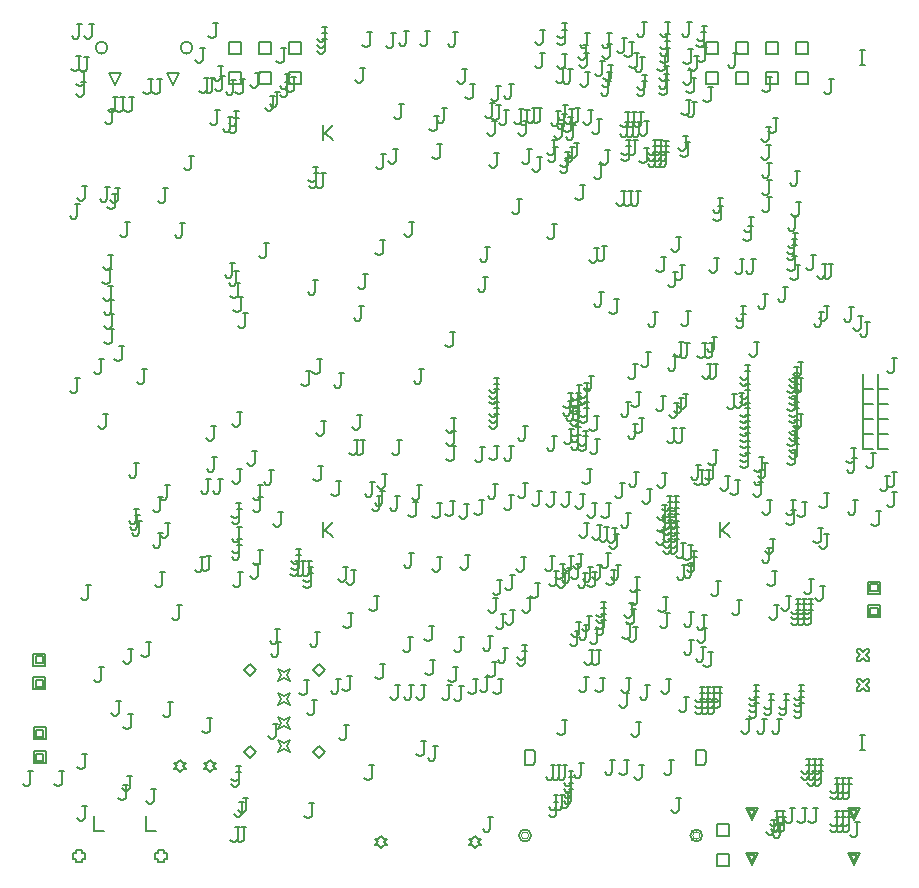
<source format=gbr>
%TF.GenerationSoftware,Altium Limited,Altium Designer,23.11.1 (41)*%
G04 Layer_Color=2752767*
%FSLAX45Y45*%
%MOMM*%
%TF.SameCoordinates,D78E9C2B-A710-42EA-B38E-4640A2B68151*%
%TF.FilePolarity,Positive*%
%TF.FileFunction,Drawing*%
%TF.Part,Single*%
G01*
G75*
%TA.AperFunction,NonConductor*%
%ADD140C,0.12700*%
%ADD145C,0.10160*%
%ADD271C,0.16933*%
D140*
X545980Y157480D02*
Y132080D01*
X596780D01*
Y157480D01*
X622180D01*
Y208280D01*
X596780D01*
Y233680D01*
X545980D01*
Y208280D01*
X520580D01*
Y157480D01*
X545980D01*
X1245980D02*
Y132080D01*
X1296780D01*
Y157480D01*
X1322180D01*
Y208280D01*
X1296780D01*
Y233680D01*
X1245980D01*
Y208280D01*
X1220580D01*
Y157480D01*
X1245980D01*
X698880Y519839D02*
Y392880D01*
X783519D01*
X1143880Y519839D02*
Y392880D01*
X1228519D01*
X1426840Y889000D02*
X1452240Y914400D01*
X1477640D01*
X1452240Y939800D01*
X1477640Y965200D01*
X1452240D01*
X1426840Y990600D01*
X1401440Y965200D01*
X1376040D01*
X1401440Y939800D01*
X1376040Y914400D01*
X1401440D01*
X1426840Y889000D01*
X1680840D02*
X1706240Y914400D01*
X1731640D01*
X1706240Y939800D01*
X1731640Y965200D01*
X1706240D01*
X1680840Y990600D01*
X1655440Y965200D01*
X1630040D01*
X1655440Y939800D01*
X1630040Y914400D01*
X1655440D01*
X1680840Y889000D01*
X189860Y1167740D02*
Y1269340D01*
X291460D01*
Y1167740D01*
X189860D01*
X210180Y1188060D02*
Y1249020D01*
X271140D01*
Y1188060D01*
X210180D01*
X189860Y967740D02*
Y1069340D01*
X291460D01*
Y967740D01*
X189860D01*
X210180Y988060D02*
Y1049020D01*
X271140D01*
Y988060D01*
X210180D01*
X187320Y1592580D02*
Y1694180D01*
X288920D01*
Y1592580D01*
X187320D01*
X207640Y1612900D02*
Y1673860D01*
X268600D01*
Y1612900D01*
X207640D01*
X187320Y1792580D02*
Y1894180D01*
X288920D01*
Y1792580D01*
X187320D01*
X207640Y1812900D02*
Y1873860D01*
X268600D01*
Y1812900D01*
X207640D01*
X1972200Y1060000D02*
X2023000Y1110800D01*
X2073800Y1060000D01*
X2023000Y1009200D01*
X1972200Y1060000D01*
X5980242Y349876D02*
Y451476D01*
X6081842D01*
Y349876D01*
X5980242D01*
Y95876D02*
Y197476D01*
X6081842D01*
Y95876D01*
X5980242D01*
X6271000Y108700D02*
X6220200Y210300D01*
X6321800D01*
X6271000Y108700D01*
Y129020D02*
X6240520Y189980D01*
X6301480D01*
X6271000Y129020D01*
X7135000Y109200D02*
X7084200Y210800D01*
X7185800D01*
X7135000Y109200D01*
Y129520D02*
X7104520Y190480D01*
X7165480D01*
X7135000Y129520D01*
Y489200D02*
X7084200Y590800D01*
X7185800D01*
X7135000Y489200D01*
Y509520D02*
X7104520Y570480D01*
X7165480D01*
X7135000Y509520D01*
X6271000Y489200D02*
X6220200Y590800D01*
X6321800D01*
X6271000Y489200D01*
Y509520D02*
X6240520Y570480D01*
X6301480D01*
X6271000Y509520D01*
X3130000Y249200D02*
X3155400Y274600D01*
X3180800D01*
X3155400Y300000D01*
X3180800Y325400D01*
X3155400D01*
X3130000Y350800D01*
X3104600Y325400D01*
X3079200D01*
X3104600Y300000D01*
X3079200Y274600D01*
X3104600D01*
X3130000Y249200D01*
X3930000D02*
X3955400Y274600D01*
X3980800D01*
X3955400Y300000D01*
X3980800Y325400D01*
X3955400D01*
X3930000Y350800D01*
X3904600Y325400D01*
X3879200D01*
X3904600Y300000D01*
X3879200Y274600D01*
X3904600D01*
X3930000Y249200D01*
X2637911Y3006621D02*
Y2879662D01*
Y2921982D01*
X2722550Y3006621D01*
X2659070Y2943141D01*
X2722550Y2879662D01*
X2637911Y6366581D02*
Y6239622D01*
Y6281942D01*
X2722550Y6366581D01*
X2659070Y6303101D01*
X2722550Y6239622D01*
X7184552Y7006959D02*
X7226871D01*
X7205711D01*
Y6880000D01*
X7184552D01*
X7226871D01*
X880002Y6709203D02*
X829202Y6810803D01*
X930802D01*
X880002Y6709203D01*
X1370002D02*
X1319202Y6810803D01*
X1420802D01*
X1370002Y6709203D01*
X7341000Y4009459D02*
Y3882500D01*
X7425639D01*
X7341000Y3882459D02*
Y3755500D01*
X7425639D01*
X7214000Y3882459D02*
Y3755500D01*
X7298639D01*
X7214000Y3755459D02*
Y3628500D01*
X7298639D01*
X7214000Y4009459D02*
Y3882500D01*
X7298639D01*
X7214000Y4136459D02*
Y4009500D01*
X7298639D01*
X7341000Y3755459D02*
Y3628500D01*
X7425639D01*
X7341000Y4136459D02*
Y4009500D01*
X7425639D01*
X7214000Y4263459D02*
Y4136500D01*
X7298639D01*
X7341000Y4263459D02*
Y4136500D01*
X7425639D01*
X6647200Y6972200D02*
Y7073800D01*
X6748800D01*
Y6972200D01*
X6647200D01*
X6393200D02*
Y7073800D01*
X6494800D01*
Y6972200D01*
X6393200D01*
X6139200D02*
Y7073800D01*
X6240800D01*
Y6972200D01*
X6139200D01*
X5885200D02*
Y7073800D01*
X5986800D01*
Y6972200D01*
X5885200D01*
Y6718200D02*
Y6819800D01*
X5986800D01*
Y6718200D01*
X5885200D01*
X6139200D02*
Y6819800D01*
X6240800D01*
Y6718200D01*
X6139200D01*
X6393200D02*
Y6819800D01*
X6494800D01*
Y6718200D01*
X6393200D01*
X6647200D02*
Y6819800D01*
X6748800D01*
Y6718200D01*
X6647200D01*
X2349280Y6972200D02*
Y7073800D01*
X2450880D01*
Y6972200D01*
X2349280D01*
X2095280D02*
Y7073800D01*
X2196880D01*
Y6972200D01*
X2095280D01*
X1841280D02*
Y7073800D01*
X1942880D01*
Y6972200D01*
X1841280D01*
Y6718200D02*
Y6819800D01*
X1942880D01*
Y6718200D01*
X1841280D01*
X2095280D02*
Y6819800D01*
X2196880D01*
Y6718200D01*
X2095280D01*
X2349280D02*
Y6819800D01*
X2450880D01*
Y6718200D01*
X2349280D01*
X4351200Y1081959D02*
Y955000D01*
X4414679D01*
X4435839Y976160D01*
Y1060799D01*
X4414679Y1081959D01*
X4351200D01*
X5801199D02*
Y955000D01*
X5864679D01*
X5885839Y976160D01*
Y1060799D01*
X5864679Y1081959D01*
X5801199D01*
X2552200Y1060000D02*
X2603000Y1110800D01*
X2653800Y1060000D01*
X2603000Y1009200D01*
X2552200Y1060000D01*
Y1760000D02*
X2603000Y1810800D01*
X2653800Y1760000D01*
X2603000Y1709200D01*
X2552200Y1760000D01*
X1972200D02*
X2023000Y1810800D01*
X2073800Y1760000D01*
X2023000Y1709200D01*
X1972200Y1760000D01*
X2262200Y1059200D02*
X2287600Y1110000D01*
X2262200Y1160800D01*
X2313000Y1135400D01*
X2363800Y1160800D01*
X2338400Y1110000D01*
X2363800Y1059200D01*
X2313000Y1084600D01*
X2262200Y1059200D01*
Y1259200D02*
X2287600Y1310000D01*
X2262200Y1360800D01*
X2313000Y1335400D01*
X2363800Y1360800D01*
X2338400Y1310000D01*
X2363800Y1259200D01*
X2313000Y1284600D01*
X2262200Y1259200D01*
Y1459200D02*
X2287600Y1510000D01*
X2262200Y1560800D01*
X2313000Y1535400D01*
X2363800Y1560800D01*
X2338400Y1510000D01*
X2363800Y1459200D01*
X2313000Y1484600D01*
X2262200Y1459200D01*
Y1659200D02*
X2287600Y1710000D01*
X2262200Y1760800D01*
X2313000Y1735400D01*
X2363800Y1760800D01*
X2338400Y1710000D01*
X2363800Y1659200D01*
X2313000Y1684600D01*
X2262200Y1659200D01*
X7254200Y2202200D02*
Y2303800D01*
X7355800D01*
Y2202200D01*
X7254200D01*
X7274520Y2222520D02*
Y2283480D01*
X7335480D01*
Y2222520D01*
X7274520D01*
X7254200Y2402200D02*
Y2503800D01*
X7355800D01*
Y2402200D01*
X7254200D01*
X7274520Y2422520D02*
Y2483480D01*
X7335480D01*
Y2422520D01*
X7274520D01*
X7157500Y1576200D02*
X7182900D01*
X7208300Y1601600D01*
X7233700Y1576200D01*
X7259100D01*
Y1601600D01*
X7233700Y1627000D01*
X7259100Y1652400D01*
Y1677800D01*
X7233700D01*
X7208300Y1652400D01*
X7182900Y1677800D01*
X7157500D01*
Y1652400D01*
X7182900Y1627000D01*
X7157500Y1601600D01*
Y1576200D01*
Y1830200D02*
X7182900D01*
X7208300Y1855600D01*
X7233700Y1830200D01*
X7259100D01*
Y1855600D01*
X7233700Y1881000D01*
X7259100Y1906400D01*
Y1931800D01*
X7233700D01*
X7208300Y1906400D01*
X7182900Y1931800D01*
X7157500D01*
Y1906400D01*
X7182900Y1881000D01*
X7157500Y1855600D01*
Y1830200D01*
X7184552Y1206958D02*
X7226871D01*
X7205711D01*
Y1080000D01*
X7184552D01*
X7226871D01*
X5997871Y3006621D02*
Y2879662D01*
Y2921982D01*
X6082510Y3006621D01*
X6019030Y2943141D01*
X6082510Y2879662D01*
X3861619Y6845259D02*
X3819300D01*
X3840459D01*
Y6739460D01*
X3819300Y6718300D01*
X3798140D01*
X3776980Y6739460D01*
X3323139Y6545539D02*
X3280820D01*
X3301979D01*
Y6439740D01*
X3280820Y6418580D01*
X3259660D01*
X3238500Y6439740D01*
X4496939Y6100395D02*
X4454620D01*
X4475779D01*
Y5994596D01*
X4454620Y5973437D01*
X4433460D01*
X4412300Y5994596D01*
X4407719Y6167079D02*
X4365400D01*
X4386559D01*
Y6061280D01*
X4365400Y6040120D01*
X4344240D01*
X4323080Y6061280D01*
X4133399Y6136599D02*
X4091080D01*
X4112239D01*
Y6030800D01*
X4091080Y6009640D01*
X4069920D01*
X4048760Y6030800D01*
X3544119Y7165299D02*
X3501800D01*
X3522959D01*
Y7059500D01*
X3501800Y7038340D01*
X3480640D01*
X3459480Y7059500D01*
X3782879Y7160219D02*
X3740560D01*
X3761719D01*
Y7054420D01*
X3740560Y7033260D01*
X3719400D01*
X3698240Y7054420D01*
X3688899Y6517599D02*
X3646580D01*
X3667739D01*
Y6411800D01*
X3646580Y6390640D01*
X3625420D01*
X3604260Y6411800D01*
X3257099Y7147519D02*
X3214780D01*
X3235939D01*
Y7041720D01*
X3214780Y7020560D01*
X3193620D01*
X3172460Y7041720D01*
X3058979Y7157679D02*
X3016660D01*
X3037819D01*
Y7051880D01*
X3016660Y7030720D01*
X2995500D01*
X2974340Y7051880D01*
X3366319Y7167839D02*
X3324000D01*
X3345159D01*
Y7062040D01*
X3324000Y7040880D01*
X3302840D01*
X3281680Y7062040D01*
X1082219Y3512779D02*
X1039900D01*
X1061059D01*
Y3406980D01*
X1039900Y3385820D01*
X1018740D01*
X997580Y3406980D01*
X821239Y3926799D02*
X778920D01*
X800079D01*
Y3821000D01*
X778920Y3799840D01*
X757760D01*
X736600Y3821000D01*
X450079Y899119D02*
X407760D01*
X428919D01*
Y793320D01*
X407760Y772160D01*
X386600D01*
X365440Y793320D01*
X642479Y1043899D02*
X600160D01*
X621319D01*
Y938100D01*
X600160Y916940D01*
X579000D01*
X557840Y938100D01*
X642479Y605744D02*
X600160D01*
X621319D01*
Y499945D01*
X600160Y478785D01*
X579000D01*
X557840Y499945D01*
X182219Y900677D02*
X139899D01*
X161059D01*
Y794878D01*
X139899Y773718D01*
X118739D01*
X97579Y794878D01*
X6678479Y5981659D02*
X6636160D01*
X6657319D01*
Y5875860D01*
X6636160Y5854700D01*
X6615000D01*
X6593840Y5875860D01*
X1148899Y4302719D02*
X1106580D01*
X1127739D01*
Y4196920D01*
X1106580Y4175760D01*
X1085420D01*
X1064260Y4196920D01*
X783139Y1780499D02*
X740820D01*
X761979D01*
Y1674700D01*
X740820Y1653540D01*
X719660D01*
X698500Y1674700D01*
X1444599Y2303419D02*
X1402279D01*
X1423439D01*
Y2197620D01*
X1402279Y2176460D01*
X1381119D01*
X1359959Y2197620D01*
X2236588Y6618727D02*
X2194268D01*
X2215428D01*
Y6512928D01*
X2194268Y6491769D01*
X2173108D01*
X2151949Y6512928D01*
X2275568Y6650296D02*
X2233248D01*
X2254408D01*
Y6544497D01*
X2233248Y6523337D01*
X2212088D01*
X2190929Y6544497D01*
X2357173Y6731901D02*
X2314853D01*
X2336013D01*
Y6626102D01*
X2314853Y6604942D01*
X2293693D01*
X2272533Y6626102D01*
X1764423Y6494391D02*
X1722103D01*
X1743263D01*
Y6388592D01*
X1722103Y6367433D01*
X1700943D01*
X1679783Y6388592D01*
X1925356Y6492171D02*
X1883036D01*
X1904196D01*
Y6386372D01*
X1883036Y6365213D01*
X1861876D01*
X1840716Y6386372D01*
X1677743Y6766171D02*
X1635423D01*
X1656583D01*
Y6660372D01*
X1635423Y6639213D01*
X1614263D01*
X1593103Y6660372D01*
X1723463Y6766171D02*
X1681143D01*
X1702303D01*
Y6660372D01*
X1681143Y6639213D01*
X1659983D01*
X1638823Y6660372D01*
X1809823Y6783951D02*
X1767503D01*
X1788663D01*
Y6678152D01*
X1767503Y6656993D01*
X1746343D01*
X1725183Y6678152D01*
X1644723Y7025251D02*
X1602403D01*
X1623563D01*
Y6919452D01*
X1602403Y6898293D01*
X1581243D01*
X1560083Y6919452D01*
X1797123Y6872851D02*
X1754803D01*
X1775963D01*
Y6767052D01*
X1754803Y6745893D01*
X1733643D01*
X1712483Y6767052D01*
X1900776Y6754731D02*
X1858457D01*
X1879616D01*
Y6648932D01*
X1858457Y6627772D01*
X1837297D01*
X1816137Y6648932D01*
X1755319Y7231339D02*
X1713000D01*
X1734159D01*
Y7125540D01*
X1713000Y7104380D01*
X1691840D01*
X1670680Y7125540D01*
X579299Y4226519D02*
X536980D01*
X558139D01*
Y4120720D01*
X536980Y4099560D01*
X515820D01*
X494660Y4120720D01*
X3167559Y5394919D02*
X3125240D01*
X3146399D01*
Y5289120D01*
X3125240Y5267960D01*
X3104080D01*
X3082920Y5289120D01*
X1285419Y3220679D02*
X1243100D01*
X1264259D01*
Y3114880D01*
X1243100Y3093720D01*
X1221940D01*
X1200780Y3114880D01*
X1341299Y3324819D02*
X1298980D01*
X1320139D01*
Y3219020D01*
X1298980Y3197860D01*
X1277820D01*
X1256660Y3219020D01*
X785039Y4386539D02*
X742720D01*
X763879D01*
Y4280740D01*
X742720Y4259580D01*
X721560D01*
X700400Y4280740D01*
X7118423Y789551D02*
X7076103D01*
X7097263D01*
Y683752D01*
X7076103Y662593D01*
X7054943D01*
X7033783Y683752D01*
X7016823Y840351D02*
X6974503D01*
X6995663D01*
Y734552D01*
X6974503Y713393D01*
X6953343D01*
X6932183Y734552D01*
X7067623Y840351D02*
X7025303D01*
X7046463D01*
Y734552D01*
X7025303Y713393D01*
X7004143D01*
X6982983Y734552D01*
X6877123Y1005451D02*
X6834803D01*
X6855963D01*
Y899652D01*
X6834803Y878493D01*
X6813643D01*
X6792483Y899652D01*
X7118422Y840351D02*
X7076103D01*
X7097262D01*
Y734552D01*
X7076103Y713393D01*
X7054943D01*
X7033783Y734552D01*
X7155359Y3632159D02*
X7113040D01*
X7134199D01*
Y3526360D01*
X7113040Y3505200D01*
X7091880D01*
X7070720Y3526360D01*
X7437299Y3395939D02*
X7394980D01*
X7416139D01*
Y3290140D01*
X7394980Y3268980D01*
X7373820D01*
X7352660Y3290140D01*
X7067623Y789551D02*
X7025303D01*
X7046463D01*
Y683752D01*
X7025303Y662593D01*
X7004143D01*
X6982983Y683752D01*
X7020476Y789109D02*
X6978156D01*
X6999316D01*
Y683310D01*
X6978156Y662150D01*
X6956996D01*
X6935836Y683310D01*
X6877123Y903851D02*
X6834803D01*
X6855963D01*
Y798052D01*
X6834803Y776893D01*
X6813643D01*
X6792483Y798052D01*
X6877123Y954651D02*
X6834803D01*
X6855963D01*
Y848852D01*
X6834803Y827693D01*
X6813643D01*
X6792483Y848852D01*
X675499Y2473919D02*
X633180D01*
X654339D01*
Y2368120D01*
X633180Y2346960D01*
X612020D01*
X590860Y2368120D01*
X579299Y5704799D02*
X536980D01*
X558139D01*
Y5599000D01*
X536980Y5577840D01*
X515820D01*
X494660Y5599000D01*
X1033119Y1934457D02*
X990799D01*
X1011959D01*
Y1828658D01*
X990799Y1807498D01*
X969639D01*
X948479Y1828658D01*
X1035659Y1380737D02*
X993339D01*
X1014499D01*
Y1274938D01*
X993339Y1253778D01*
X972179D01*
X951019Y1274938D01*
X1228699Y750817D02*
X1186379D01*
X1207539D01*
Y645018D01*
X1186379Y623858D01*
X1165219D01*
X1144059Y645018D01*
X989939Y781297D02*
X947619D01*
X968779D01*
Y675498D01*
X947619Y654338D01*
X926459D01*
X905299Y675498D01*
X1186359Y1991319D02*
X1144040D01*
X1165199D01*
Y1885520D01*
X1144040Y1864360D01*
X1122880D01*
X1101720Y1885520D01*
X1366699Y1483319D02*
X1324380D01*
X1345539D01*
Y1377520D01*
X1324380Y1356360D01*
X1303220D01*
X1282060Y1377520D01*
X1704519Y1346159D02*
X1662200D01*
X1683359D01*
Y1240360D01*
X1662200Y1219200D01*
X1641040D01*
X1619880Y1240360D01*
X932359Y1496019D02*
X890040D01*
X911199D01*
Y1390220D01*
X890040Y1369060D01*
X868880D01*
X847720Y1390220D01*
X1026339Y861019D02*
X984020D01*
X1005179D01*
Y755220D01*
X984020Y734060D01*
X962860D01*
X941700Y755220D01*
X1939899Y425697D02*
X1897579D01*
X1918739D01*
Y319898D01*
X1897579Y298738D01*
X1876419D01*
X1855259Y319898D01*
X1990699Y425697D02*
X1948379D01*
X1969539D01*
Y319898D01*
X1948379Y298738D01*
X1927219D01*
X1906059Y319898D01*
X1300659Y2583139D02*
X1258340D01*
X1279499D01*
Y2477340D01*
X1258340Y2456180D01*
X1237180D01*
X1216020Y2477340D01*
X3927665Y6715041D02*
X3885346D01*
X3906505D01*
Y6609242D01*
X3885346Y6588082D01*
X3864186D01*
X3843026Y6609242D01*
X6690539Y5722579D02*
X6648220D01*
X6669379D01*
Y5616780D01*
X6648220Y5595620D01*
X6627060D01*
X6605900Y5616780D01*
X645339Y5857199D02*
X603020D01*
X624179D01*
Y5751400D01*
X603020Y5730240D01*
X581860D01*
X560700Y5751400D01*
X2855139Y2628859D02*
X2812820D01*
X2833979D01*
Y2523060D01*
X2812820Y2501900D01*
X2791660D01*
X2770500Y2523060D01*
X2669719Y3868379D02*
X2627400D01*
X2648559D01*
Y3762580D01*
X2627400Y3741420D01*
X2606240D01*
X2585080Y3762580D01*
X2974519Y3919179D02*
X2932200D01*
X2953359D01*
Y3813380D01*
X2932200Y3792220D01*
X2911040D01*
X2889880Y3813380D01*
X2921179Y2603459D02*
X2878860D01*
X2900019D01*
Y2497660D01*
X2878860Y2476500D01*
X2857700D01*
X2836540Y2497660D01*
X2542719Y4287479D02*
X2500400D01*
X2521559D01*
Y4181680D01*
X2500400Y4160520D01*
X2479240D01*
X2458080Y4181680D01*
X2817039Y4274779D02*
X2774720D01*
X2795879D01*
Y4168980D01*
X2774720Y4147820D01*
X2753560D01*
X2732400Y4168980D01*
X5161459Y2649179D02*
X5119140D01*
X5140299D01*
Y2543380D01*
X5119140Y2522220D01*
X5097980D01*
X5076820Y2543380D01*
X5123359Y2600919D02*
X5081040D01*
X5102199D01*
Y2495120D01*
X5081040Y2473960D01*
X5059880D01*
X5038720Y2495120D01*
X4269919Y2268179D02*
X4227600D01*
X4248759D01*
Y2162380D01*
X4227600Y2141220D01*
X4206440D01*
X4185280Y2162380D01*
X4075658Y2045409D02*
X4033338D01*
X4054498D01*
Y1939610D01*
X4033338Y1918450D01*
X4012178D01*
X3991018Y1939610D01*
X5044619Y5344119D02*
X5002300D01*
X5023459D01*
Y5238320D01*
X5002300Y5217160D01*
X4981140D01*
X4959980Y5238320D01*
X4186099Y2230079D02*
X4143780D01*
X4164939D01*
Y2124280D01*
X4143780Y2103120D01*
X4122620D01*
X4101460Y2124280D01*
X4981119Y5331419D02*
X4938800D01*
X4959959D01*
Y5225620D01*
X4938800Y5204460D01*
X4917640D01*
X4896480Y5225620D01*
X5148759Y2910799D02*
X5106440D01*
X5127599D01*
Y2805000D01*
X5106440Y2783840D01*
X5085280D01*
X5064120Y2805000D01*
X4115625Y6405161D02*
X4073306D01*
X4094465D01*
Y6299362D01*
X4073306Y6278202D01*
X4052146D01*
X4030986Y6299362D01*
X866319Y5272999D02*
X824000D01*
X845159D01*
Y5167200D01*
X824000Y5146040D01*
X802840D01*
X781680Y5167200D01*
X856159Y5151079D02*
X813840D01*
X834999D01*
Y5045280D01*
X813840Y5024120D01*
X792680D01*
X771520Y5045280D01*
X863779Y5011379D02*
X821460D01*
X842619D01*
Y4905580D01*
X821460Y4884420D01*
X800300D01*
X779140Y4905580D01*
X868859Y4889459D02*
X826540D01*
X847699D01*
Y4783660D01*
X826540Y4762500D01*
X805380D01*
X784220Y4783660D01*
X2001379Y4777699D02*
X1959060D01*
X1980219D01*
Y4671900D01*
X1959060Y4650740D01*
X1937900D01*
X1916740Y4671900D01*
X1938199Y5031699D02*
X1895880D01*
X1917039D01*
Y4925900D01*
X1895880Y4904740D01*
X1874720D01*
X1853560Y4925900D01*
X1966139Y4912319D02*
X1923820D01*
X1944979D01*
Y4806520D01*
X1923820Y4785360D01*
X1902660D01*
X1881500Y4806520D01*
X1928039Y5138379D02*
X1885720D01*
X1906879D01*
Y5032580D01*
X1885720Y5011420D01*
X1864560D01*
X1843400Y5032580D01*
X4882059Y2580599D02*
X4839740D01*
X4860899D01*
Y2474800D01*
X4839740Y2453640D01*
X4818580D01*
X4797420Y2474800D01*
X4922699Y2628859D02*
X4880380D01*
X4901539D01*
Y2523060D01*
X4880380Y2501900D01*
X4859220D01*
X4838060Y2523060D01*
X4963339Y2585679D02*
X4921020D01*
X4942179D01*
Y2479880D01*
X4921020Y2458720D01*
X4899860D01*
X4878700Y2479880D01*
X5003979Y2649179D02*
X4961660D01*
X4982819D01*
Y2543380D01*
X4961660Y2522220D01*
X4940500D01*
X4919340Y2543380D01*
X957759Y4495759D02*
X915440D01*
X936599D01*
Y4389960D01*
X915440Y4368800D01*
X894280D01*
X873120Y4389960D01*
X871399Y4640539D02*
X829080D01*
X850239D01*
Y4534740D01*
X829080Y4513580D01*
X807920D01*
X786760Y4534740D01*
X871399Y4772619D02*
X829080D01*
X850239D01*
Y4666820D01*
X829080Y4645660D01*
X807920D01*
X786760Y4666820D01*
X635179Y6738579D02*
X592860D01*
X614019D01*
Y6632780D01*
X592860Y6611620D01*
X571700D01*
X550540Y6632780D01*
X660579Y6949399D02*
X618260D01*
X639419D01*
Y6843600D01*
X618260Y6822440D01*
X597100D01*
X575940Y6843600D01*
X637719Y6827479D02*
X595400D01*
X616559D01*
Y6721680D01*
X595400Y6700520D01*
X574240D01*
X553080Y6721680D01*
X594539Y6951939D02*
X552220D01*
X573379D01*
Y6846140D01*
X552220Y6824980D01*
X531060D01*
X509900Y6846140D01*
X3761919Y4615139D02*
X3719600D01*
X3740759D01*
Y4509340D01*
X3719600Y4488180D01*
X3698440D01*
X3677280Y4509340D01*
X4054019Y5341579D02*
X4011700D01*
X4032859D01*
Y5235780D01*
X4011700Y5214620D01*
X3990540D01*
X3969380Y5235780D01*
X4036239Y5085039D02*
X3993920D01*
X4015079D01*
Y4979240D01*
X3993920Y4958080D01*
X3972760D01*
X3951600Y4979240D01*
X2179499Y5369519D02*
X2137180D01*
X2158339D01*
Y5263720D01*
X2137180Y5242560D01*
X2116020D01*
X2094860Y5263720D01*
X5888011Y2225005D02*
X5845691D01*
X5866851D01*
Y2119206D01*
X5845691Y2098046D01*
X5824531D01*
X5803372Y2119206D01*
X3017699Y5105359D02*
X2975380D01*
X2996539D01*
Y4999560D01*
X2975380Y4978400D01*
X2954220D01*
X2933060Y4999560D01*
X4859199Y5859739D02*
X4816880D01*
X4838039D01*
Y5753940D01*
X4816880Y5732780D01*
X4795720D01*
X4774560Y5753940D01*
X2895779Y2235159D02*
X2853460D01*
X2874619D01*
Y2129360D01*
X2853460Y2108200D01*
X2832300D01*
X2811140Y2129360D01*
X5578019Y2237699D02*
X5535700D01*
X5556859D01*
Y2131900D01*
X5535700Y2110740D01*
X5514540D01*
X5493380Y2131900D01*
X5945523Y1906195D02*
X5903204D01*
X5924363D01*
Y1800396D01*
X5903204Y1779236D01*
X5882044D01*
X5860884Y1800396D01*
X4203722Y1943728D02*
X4161402D01*
X4182562D01*
Y1837929D01*
X4161402Y1816770D01*
X4140242D01*
X4119082Y1837929D01*
X6443650Y6775981D02*
X6401330D01*
X6422490D01*
Y6670182D01*
X6401330Y6649022D01*
X6380170D01*
X6359011Y6670182D01*
X5070812Y6161241D02*
X5028492D01*
X5049652D01*
Y6055442D01*
X5028492Y6034282D01*
X5007332D01*
X4986172Y6055442D01*
X6007907Y2506261D02*
X5965587D01*
X5986747D01*
Y2400462D01*
X5965587Y2379302D01*
X5944427D01*
X5923267Y2400462D01*
X4812230Y2084993D02*
X4769911D01*
X4791070D01*
Y1979194D01*
X4769911Y1958034D01*
X4748751D01*
X4727591Y1979194D01*
X4892372Y2139387D02*
X4850053D01*
X4871213D01*
Y2033588D01*
X4850053Y2012428D01*
X4828893D01*
X4807733Y2033588D01*
X5307530Y2123093D02*
X5265211D01*
X5286370D01*
Y2017294D01*
X5265211Y1996134D01*
X5244051D01*
X5222891Y2017294D01*
X5577494Y7137001D02*
X5535174D01*
X5556334D01*
Y7031202D01*
X5535174Y7010042D01*
X5514014D01*
X5492854Y7031202D01*
X5776785Y7012221D02*
X5734466D01*
X5755625D01*
Y6906422D01*
X5734466Y6885262D01*
X5713306D01*
X5692146Y6906422D01*
X5798851Y6767065D02*
X5756532D01*
X5777691D01*
Y6661266D01*
X5756532Y6640106D01*
X5735372D01*
X5714212Y6661266D01*
X5565965Y6803941D02*
X5523646D01*
X5544805D01*
Y6698142D01*
X5523646Y6676982D01*
X5502486D01*
X5481326Y6698142D01*
X5383859Y6796758D02*
X5341540D01*
X5362699D01*
Y6690959D01*
X5341540Y6669799D01*
X5320380D01*
X5299220Y6690959D01*
X5085905Y6816641D02*
X5043586D01*
X5064745D01*
Y6710842D01*
X5043586Y6689682D01*
X5022426D01*
X5001266Y6710842D01*
X5564249Y2371037D02*
X5521930D01*
X5543089D01*
Y2265238D01*
X5521930Y2244078D01*
X5500770D01*
X5479610Y2265238D01*
X3136536Y3226988D02*
X3094216D01*
X3115376D01*
Y3121189D01*
X3094216Y3100029D01*
X3073056D01*
X3051897Y3121189D01*
X3116759Y2379939D02*
X3074440D01*
X3095599D01*
Y2274140D01*
X3074440Y2252980D01*
X3053280D01*
X3032120Y2274140D01*
X3408859Y2748239D02*
X3366540D01*
X3387699D01*
Y2642440D01*
X3366540Y2621280D01*
X3345380D01*
X3324220Y2642440D01*
X3168918Y1803451D02*
X3126599D01*
X3147758D01*
Y1697652D01*
X3126599Y1676492D01*
X3105439D01*
X3084279Y1697652D01*
X5738039Y1526499D02*
X5695720D01*
X5716879D01*
Y1420700D01*
X5695720Y1399540D01*
X5674560D01*
X5653400Y1420700D01*
X5249827Y1691501D02*
X5207507D01*
X5228667D01*
Y1585702D01*
X5207507Y1564542D01*
X5186347D01*
X5165187Y1585702D01*
X6331023Y1526151D02*
X6288703D01*
X6309863D01*
Y1420352D01*
X6288703Y1399193D01*
X6267543D01*
X6246383Y1420352D01*
X6331023Y1576951D02*
X6288703D01*
X6309863D01*
Y1471152D01*
X6288703Y1449993D01*
X6267543D01*
X6246383Y1471152D01*
X6331023Y1475351D02*
X6288703D01*
X6309863D01*
Y1369552D01*
X6288703Y1348393D01*
X6267543D01*
X6246383Y1369552D01*
X5407839Y1630639D02*
X5365520D01*
X5386679D01*
Y1524840D01*
X5365520Y1503680D01*
X5344360D01*
X5323200Y1524840D01*
X3611701Y1115019D02*
X3569381D01*
X3590541D01*
Y1009220D01*
X3569381Y988060D01*
X3548222D01*
X3527062Y1009220D01*
X5895519Y2113239D02*
X5853200D01*
X5874359D01*
Y2007440D01*
X5853200Y1986280D01*
X5832040D01*
X5810880Y2007440D01*
X6332399Y4536399D02*
X6290080D01*
X6311239D01*
Y4430600D01*
X6290080Y4409440D01*
X6268920D01*
X6247760Y4430600D01*
X6205958Y4102495D02*
X6163638D01*
X6184798D01*
Y3996696D01*
X6163638Y3975536D01*
X6142478D01*
X6121318Y3996696D01*
X5973245Y4576696D02*
X5930925D01*
X5952085D01*
Y4470897D01*
X5930925Y4449737D01*
X5909765D01*
X5888606Y4470897D01*
X4620439Y5529539D02*
X4578120D01*
X4599279D01*
Y5423740D01*
X4578120Y5402580D01*
X4556960D01*
X4535800Y5423740D01*
X4620439Y3741379D02*
X4578120D01*
X4599279D01*
Y3635580D01*
X4578120Y3614420D01*
X4556960D01*
X4535800Y3635580D01*
X6439079Y2791419D02*
X6396760D01*
X6417919D01*
Y2685620D01*
X6396760Y2664460D01*
X6375600D01*
X6354440Y2685620D01*
X6644819Y3192739D02*
X6602500D01*
X6623659D01*
Y3086940D01*
X6602500Y3065780D01*
X6581340D01*
X6560180Y3086940D01*
X5232579Y1562059D02*
X5190260D01*
X5211419D01*
Y1456260D01*
X5190260Y1435100D01*
X5169100D01*
X5147940Y1456260D01*
X6185079Y2346919D02*
X6142760D01*
X6163919D01*
Y2241120D01*
X6142760Y2219960D01*
X6121600D01*
X6100440Y2241120D01*
X5943779Y6690319D02*
X5901460D01*
X5922619D01*
Y6584520D01*
X5901460Y6563360D01*
X5880300D01*
X5859140Y6584520D01*
X4998899Y6421079D02*
X4956580D01*
X4977739D01*
Y6315280D01*
X4956580Y6294120D01*
X4935420D01*
X4914260Y6315280D01*
X6174919Y3362919D02*
X6132600D01*
X6153759D01*
Y3257120D01*
X6132600Y3235960D01*
X6111440D01*
X6090280Y3257120D01*
X4919976Y3454679D02*
X4877656D01*
X4898816D01*
Y3348880D01*
X4877656Y3327720D01*
X4856497D01*
X4835337Y3348880D01*
X1980916Y6757006D02*
X1938596D01*
X1959756D01*
Y6651207D01*
X1938596Y6630047D01*
X1917436D01*
X1896276Y6651207D01*
X2109834Y6814447D02*
X2067515D01*
X2088675D01*
Y6708647D01*
X2067515Y6687488D01*
X2046355D01*
X2025195Y6708647D01*
X1925356Y6427734D02*
X1883036D01*
X1904196D01*
Y6321935D01*
X1883036Y6300776D01*
X1861876D01*
X1840716Y6321935D01*
X1876498Y6439089D02*
X1834178D01*
X1855338D01*
Y6333290D01*
X1834178Y6312131D01*
X1813018D01*
X1791858Y6333290D01*
X2414089Y6774918D02*
X2371770D01*
X2392929D01*
Y6669119D01*
X2371770Y6647960D01*
X2350610D01*
X2329450Y6669119D01*
X4683430Y6381821D02*
X4641110D01*
X4662270D01*
Y6276022D01*
X4641110Y6254862D01*
X4619950D01*
X4598791Y6276022D01*
X2357299Y6804619D02*
X2314979D01*
X2336139D01*
Y6698820D01*
X2314979Y6677660D01*
X2293819D01*
X2272660Y6698820D01*
X3830499Y1620479D02*
X3788180D01*
X3809339D01*
Y1514680D01*
X3788180Y1493520D01*
X3767020D01*
X3745860Y1514680D01*
X2082979Y3614379D02*
X2040660D01*
X2061819D01*
Y3508580D01*
X2040660Y3487420D01*
X2019500D01*
X1998340Y3508580D01*
X1348919Y3004779D02*
X1306600D01*
X1327759D01*
Y2898980D01*
X1306600Y2877820D01*
X1285440D01*
X1264280Y2898980D01*
X6563539Y507959D02*
X6521220D01*
X6542379D01*
Y402160D01*
X6521220Y381000D01*
X6500060D01*
X6478900Y402160D01*
X6477179Y490179D02*
X6434860D01*
X6456019D01*
Y384380D01*
X6434860Y363220D01*
X6413700D01*
X6392540Y384380D01*
X6517819Y513039D02*
X6475500D01*
X6496659D01*
Y407240D01*
X6475500Y386080D01*
X6454340D01*
X6433180Y407240D01*
X6533059Y464779D02*
X6490740D01*
X6511899D01*
Y358980D01*
X6490740Y337820D01*
X6469580D01*
X6448420Y358980D01*
X5674539Y673059D02*
X5632220D01*
X5653379D01*
Y567260D01*
X5632220Y546100D01*
X5611060D01*
X5589900Y567260D01*
X4709339Y1330919D02*
X4667020D01*
X4688179D01*
Y1225120D01*
X4667020Y1203960D01*
X4645860D01*
X4624700Y1225120D01*
X4078170Y512733D02*
X4035851D01*
X4057010D01*
Y406934D01*
X4035851Y385774D01*
X4014691D01*
X3993531Y406934D01*
X2263319Y1300439D02*
X2221000D01*
X2242159D01*
Y1194640D01*
X2221000Y1173480D01*
X2199840D01*
X2178680Y1194640D01*
X7114770Y561394D02*
X7072450D01*
X7093610D01*
Y455595D01*
X7072450Y434435D01*
X7051290D01*
X7030130Y455595D01*
X1953439Y2816819D02*
X1911120D01*
X1932279D01*
Y2711020D01*
X1911120Y2689860D01*
X1889960D01*
X1868800Y2711020D01*
X2611299Y2080219D02*
X2568980D01*
X2590139D01*
Y1974420D01*
X2568980Y1953260D01*
X2547820D01*
X2526660Y1974420D01*
X6649899Y5402539D02*
X6607580D01*
X6628739D01*
Y5296740D01*
X6607580Y5275580D01*
X6586420D01*
X6565260Y5296740D01*
X6649899Y5351739D02*
X6607580D01*
X6628739D01*
Y5245940D01*
X6607580Y5224780D01*
X6586420D01*
X6565260Y5245940D01*
X6811497Y5267940D02*
X6769177D01*
X6790337D01*
Y5162141D01*
X6769177Y5140981D01*
X6748017D01*
X6726858Y5162141D01*
X6576239Y5001219D02*
X6533920D01*
X6555079D01*
Y4895420D01*
X6533920Y4874260D01*
X6512760D01*
X6491600Y4895420D01*
X6928050Y4838353D02*
X6885731D01*
X6906890D01*
Y4732554D01*
X6885731Y4711394D01*
X6864571D01*
X6843411Y4732554D01*
X7216319Y4754839D02*
X7174000D01*
X7195159D01*
Y4649040D01*
X7174000Y4627880D01*
X7152840D01*
X7131680Y4649040D01*
X7132499Y4833579D02*
X7090180D01*
X7111339D01*
Y4727780D01*
X7090180Y4706620D01*
X7069020D01*
X7047860Y4727780D01*
X6926759Y3251159D02*
X6884440D01*
X6905599D01*
Y3145360D01*
X6884440Y3124200D01*
X6863280D01*
X6842120Y3145360D01*
X6738799Y3174959D02*
X6696480D01*
X6717639D01*
Y3069160D01*
X6696480Y3048000D01*
X6675320D01*
X6654160Y3069160D01*
X6602930Y2384713D02*
X6560611D01*
X6581770D01*
Y2278914D01*
X6560611Y2257754D01*
X6539451D01*
X6518291Y2278914D01*
X5030007Y1692586D02*
X4987687D01*
X5008847D01*
Y1586787D01*
X4987687Y1565627D01*
X4966527D01*
X4945367Y1586787D01*
X6893739Y2468839D02*
X6851420D01*
X6872579D01*
Y2363040D01*
X6851420Y2341880D01*
X6830260D01*
X6809100Y2363040D01*
X6797219Y2524719D02*
X6754900D01*
X6776059D01*
Y2418920D01*
X6754900Y2397760D01*
X6733740D01*
X6712580Y2418920D01*
X1961059Y2585679D02*
X1918740D01*
X1939899D01*
Y2479880D01*
X1918740Y2458720D01*
X1897580D01*
X1876420Y2479880D01*
X2110919Y2656799D02*
X2068600D01*
X2089759D01*
Y2551000D01*
X2068600Y2529840D01*
X2047440D01*
X2026280Y2551000D01*
X2888159Y1704299D02*
X2845840D01*
X2866999D01*
Y1598500D01*
X2845840Y1577340D01*
X2824680D01*
X2803520Y1598500D01*
X2789099Y1683979D02*
X2746780D01*
X2767939D01*
Y1578180D01*
X2746780Y1557020D01*
X2725620D01*
X2704460Y1578180D01*
X2522399Y1671279D02*
X2480080D01*
X2501239D01*
Y1565480D01*
X2480080Y1544320D01*
X2458920D01*
X2437760Y1565480D01*
X2281099Y1993859D02*
X2238780D01*
X2259939D01*
Y1888060D01*
X2238780Y1866900D01*
X2217620D01*
X2196460Y1888060D01*
X2276019Y2105619D02*
X2233700D01*
X2254859D01*
Y1999820D01*
X2233700Y1978660D01*
X2212540D01*
X2191380Y1999820D01*
X2857679Y1287739D02*
X2815360D01*
X2836519D01*
Y1181940D01*
X2815360Y1160780D01*
X2794200D01*
X2773040Y1181940D01*
X2588439Y1501099D02*
X2546120D01*
X2567279D01*
Y1395300D01*
X2546120Y1374140D01*
X2524960D01*
X2503800Y1395300D01*
X1740079Y3563579D02*
X1697760D01*
X1718919D01*
Y3457780D01*
X1697760Y3436620D01*
X1676600D01*
X1655440Y3457780D01*
X1955979Y3461979D02*
X1913660D01*
X1934819D01*
Y3356180D01*
X1913660Y3335020D01*
X1892500D01*
X1871340Y3356180D01*
X2223582Y3451768D02*
X2181262D01*
X2202422D01*
Y3345969D01*
X2181262Y3324809D01*
X2160102D01*
X2138942Y3345969D01*
X2128699Y3319739D02*
X2086380D01*
X2107539D01*
Y3213940D01*
X2086380Y3192780D01*
X2065220D01*
X2044060Y3213940D01*
X2128699Y3219981D02*
X2086380D01*
X2107539D01*
Y3114182D01*
X2086380Y3093022D01*
X2065220D01*
X2044060Y3114182D01*
X1948359Y3169879D02*
X1906040D01*
X1927199D01*
Y3064080D01*
X1906040Y3042920D01*
X1884880D01*
X1863720Y3064080D01*
X2303959Y3096219D02*
X2261640D01*
X2282799D01*
Y2990420D01*
X2261640Y2969260D01*
X2240480D01*
X2219320Y2990420D01*
X1694359Y2720299D02*
X1652040D01*
X1673199D01*
Y2614500D01*
X1652040Y2593340D01*
X1630880D01*
X1609720Y2614500D01*
X1089839Y3070819D02*
X1047520D01*
X1068679D01*
Y2965020D01*
X1047520Y2943860D01*
X1026360D01*
X1005200Y2965020D01*
X1105079Y3020019D02*
X1062760D01*
X1083919D01*
Y2914220D01*
X1062760Y2893060D01*
X1041600D01*
X1020440Y2914220D01*
X1082219Y3121619D02*
X1039900D01*
X1061059D01*
Y3015820D01*
X1039900Y2994660D01*
X1018740D01*
X997580Y3015820D01*
X2131239Y2768559D02*
X2088920D01*
X2110079D01*
Y2662760D01*
X2088920Y2641600D01*
X2067760D01*
X2046600Y2662760D01*
X1641019Y2710139D02*
X1598700D01*
X1619859D01*
Y2604340D01*
X1598700Y2583180D01*
X1577540D01*
X1556380Y2604340D01*
X1689279Y3375619D02*
X1646960D01*
X1668119D01*
Y3269820D01*
X1646960Y3248660D01*
X1625800D01*
X1604640Y3269820D01*
X1790879Y3375619D02*
X1748560D01*
X1769719D01*
Y3269820D01*
X1748560Y3248660D01*
X1727400D01*
X1706240Y3269820D01*
X1953439Y3118381D02*
X1911120D01*
X1932279D01*
Y3012582D01*
X1911120Y2991422D01*
X1889960D01*
X1868800Y3012582D01*
X1953439Y2968521D02*
X1911120D01*
X1932279D01*
Y2862722D01*
X1911120Y2841562D01*
X1889960D01*
X1868800Y2862722D01*
X1953439Y2869461D02*
X1911120D01*
X1932279D01*
Y2763662D01*
X1911120Y2742502D01*
X1889960D01*
X1868800Y2763662D01*
X1285419Y2917721D02*
X1243100D01*
X1264259D01*
Y2811922D01*
X1243100Y2790762D01*
X1221940D01*
X1200780Y2811922D01*
X7183299Y467319D02*
X7140980D01*
X7162139D01*
Y361520D01*
X7140980Y340360D01*
X7119820D01*
X7098660Y361520D01*
X5609948Y991449D02*
X5567628D01*
X5588788D01*
Y885650D01*
X5567628Y864490D01*
X5546468D01*
X5525308Y885650D01*
X5359579Y954999D02*
X5317259D01*
X5338419D01*
Y849200D01*
X5317259Y828040D01*
X5296099D01*
X5274940Y849200D01*
X5232579Y993099D02*
X5190259D01*
X5211419D01*
Y887300D01*
X5190259Y866140D01*
X5169099D01*
X5147940Y887300D01*
X5110659Y995639D02*
X5068339D01*
X5089499D01*
Y889840D01*
X5068339Y868680D01*
X5047179D01*
X5026020Y889840D01*
X6406961Y4943395D02*
X6364642D01*
X6385801D01*
Y4837596D01*
X6364642Y4816436D01*
X6343482D01*
X6322322Y4837596D01*
X5995593Y5244946D02*
X5953273D01*
X5974433D01*
Y5139146D01*
X5953273Y5117987D01*
X5932113D01*
X5910954Y5139146D01*
X3731439Y1625559D02*
X3689119D01*
X3710279D01*
Y1519760D01*
X3689119Y1498600D01*
X3667959D01*
X3646800Y1519760D01*
X1468299Y5544779D02*
X1425980D01*
X1447139D01*
Y5438980D01*
X1425980Y5417820D01*
X1404820D01*
X1383660Y5438980D01*
X1003984Y5547595D02*
X961664D01*
X982824D01*
Y5441796D01*
X961664Y5420636D01*
X940504D01*
X919344Y5441796D01*
X4779889Y6371806D02*
X4737569D01*
X4758729D01*
Y6266007D01*
X4737569Y6244847D01*
X4716409D01*
X4695250Y6266007D01*
X4116412Y1820269D02*
X4074092D01*
X4095252D01*
Y1714470D01*
X4074092Y1693310D01*
X4052932D01*
X4031772Y1714470D01*
X4166672Y1677307D02*
X4124352D01*
X4145512D01*
Y1571508D01*
X4124352Y1550348D01*
X4103192D01*
X4082033Y1571508D01*
X6679853Y5182597D02*
X6637533D01*
X6658693D01*
Y5076798D01*
X6637533Y5055638D01*
X6616373D01*
X6595213Y5076798D01*
X3784785Y1780554D02*
X3742465D01*
X3763625D01*
Y1674755D01*
X3742465Y1653595D01*
X3721305D01*
X3700146Y1674755D01*
X3590895Y1837940D02*
X3548575D01*
X3569735D01*
Y1732141D01*
X3548575Y1710981D01*
X3527415D01*
X3506255Y1732141D01*
X4620306Y6241634D02*
X4577986D01*
X4599146D01*
Y6135835D01*
X4577986Y6114676D01*
X4556826D01*
X4535666Y6135835D01*
X7016823Y560951D02*
X6974503D01*
X6995663D01*
Y455152D01*
X6974503Y433993D01*
X6953343D01*
X6932183Y455152D01*
X7067623Y560951D02*
X7025303D01*
X7046463D01*
Y455152D01*
X7025303Y433993D01*
X7004143D01*
X6982983Y455152D01*
X7016823Y510151D02*
X6974503D01*
X6995663D01*
Y404352D01*
X6974503Y383193D01*
X6953343D01*
X6932183Y404352D01*
X7067623Y510151D02*
X7025303D01*
X7046463D01*
Y404352D01*
X7025303Y383193D01*
X7004143D01*
X6982983Y404352D01*
X7118423Y510151D02*
X7076103D01*
X7097263D01*
Y404352D01*
X7076103Y383193D01*
X7054943D01*
X7033783Y404352D01*
X6635823Y586351D02*
X6593503D01*
X6614663D01*
Y480552D01*
X6593503Y459393D01*
X6572343D01*
X6551183Y480552D01*
X6555970Y561394D02*
X6513650D01*
X6534810D01*
Y455595D01*
X6513650Y434435D01*
X6492490D01*
X6471330Y455595D01*
X6508823Y560951D02*
X6466503D01*
X6487663D01*
Y455152D01*
X6466503Y433993D01*
X6445343D01*
X6424183Y455152D01*
X6775523Y954651D02*
X6733203D01*
X6754363D01*
Y848852D01*
X6733203Y827693D01*
X6712043D01*
X6690883Y848852D01*
X6826323Y903851D02*
X6784003D01*
X6805163D01*
Y798052D01*
X6784003Y776893D01*
X6762843D01*
X6741683Y798052D01*
X6826323Y954651D02*
X6784003D01*
X6805163D01*
Y848852D01*
X6784003Y827693D01*
X6762843D01*
X6741683Y848852D01*
X6826323Y1005451D02*
X6784003D01*
X6805163D01*
Y899652D01*
X6784003Y878493D01*
X6762843D01*
X6741683Y899652D01*
X6775523Y1005451D02*
X6733203D01*
X6754363D01*
Y899652D01*
X6733203Y878493D01*
X6712043D01*
X6690883Y899652D01*
X3514358Y1631351D02*
X3472039D01*
X3493198D01*
Y1525552D01*
X3472039Y1504392D01*
X3450879D01*
X3429719Y1525552D01*
X3407678Y1631351D02*
X3365359D01*
X3386518D01*
Y1525552D01*
X3365359Y1504392D01*
X3344199D01*
X3323039Y1525552D01*
X2329717Y7018267D02*
X2287397D01*
X2308557D01*
Y6912468D01*
X2287397Y6891309D01*
X2266237D01*
X2245077Y6912468D01*
X1547994Y6112223D02*
X1505674D01*
X1526834D01*
Y6006424D01*
X1505674Y5985265D01*
X1484514D01*
X1463354Y6006424D01*
X3833236Y2032957D02*
X3790916D01*
X3812076D01*
Y1927158D01*
X3790916Y1905998D01*
X3769756D01*
X3748597Y1927158D01*
X4689775Y2649746D02*
X4647456D01*
X4668615D01*
Y2543947D01*
X4647456Y2522787D01*
X4626296D01*
X4605136Y2543947D01*
X4638527Y2593142D02*
X4596207D01*
X4617367D01*
Y2487343D01*
X4596207Y2466183D01*
X4575047D01*
X4553887Y2487343D01*
X5035087Y2177726D02*
X4992767D01*
X5013927D01*
Y2071927D01*
X4992767Y2050767D01*
X4971607D01*
X4950447Y2071927D01*
X5780804Y2013648D02*
X5738485D01*
X5759644D01*
Y1907849D01*
X5738485Y1886689D01*
X5717325D01*
X5696165Y1907849D01*
X5038309Y2281183D02*
X4995989D01*
X5017149D01*
Y2175384D01*
X4995989Y2154224D01*
X4974830D01*
X4953670Y2175384D01*
X4762550Y2720730D02*
X4720230D01*
X4741390D01*
Y2614931D01*
X4720230Y2593771D01*
X4699070D01*
X4677911Y2614931D01*
X5039885Y2331318D02*
X4997565D01*
X5018725D01*
Y2225519D01*
X4997565Y2204359D01*
X4976405D01*
X4955245Y2225519D01*
X4824267Y2650250D02*
X4781947D01*
X4803107D01*
Y2544451D01*
X4781947Y2523291D01*
X4760787D01*
X4739627Y2544451D01*
X5038645Y2229681D02*
X4996326D01*
X5017485D01*
Y2123881D01*
X4996326Y2102722D01*
X4975166D01*
X4954006Y2123881D01*
X4709007Y2580729D02*
X4666687D01*
X4687847D01*
Y2474930D01*
X4666687Y2453770D01*
X4645527D01*
X4624367Y2474930D01*
X4746541Y2621622D02*
X4704221D01*
X4725381D01*
Y2515823D01*
X4704221Y2494663D01*
X4683061D01*
X4661902Y2515823D01*
X5778378Y2251046D02*
X5736058D01*
X5757218D01*
Y2145247D01*
X5736058Y2124087D01*
X5714898D01*
X5693738Y2145247D01*
X6585023Y1500751D02*
X6542703D01*
X6563863D01*
Y1394952D01*
X6542703Y1373793D01*
X6521543D01*
X6500383Y1394952D01*
X6585023Y1551551D02*
X6542703D01*
X6563863D01*
Y1445752D01*
X6542703Y1424593D01*
X6521543D01*
X6500383Y1445752D01*
X6458023Y1500751D02*
X6415703D01*
X6436863D01*
Y1394952D01*
X6415703Y1373793D01*
X6394543D01*
X6373383Y1394952D01*
X6458023Y1551551D02*
X6415703D01*
X6436863D01*
Y1445752D01*
X6415703Y1424593D01*
X6394543D01*
X6373383Y1445752D01*
X6712023Y1475351D02*
X6669703D01*
X6690863D01*
Y1369552D01*
X6669703Y1348393D01*
X6648543D01*
X6627383Y1369552D01*
X6712023Y1526151D02*
X6669703D01*
X6690863D01*
Y1420352D01*
X6669703Y1399193D01*
X6648543D01*
X6627383Y1420352D01*
X6712023Y1576951D02*
X6669703D01*
X6690863D01*
Y1471152D01*
X6669703Y1449993D01*
X6648543D01*
X6627383Y1471152D01*
X6712023Y1627751D02*
X6669703D01*
X6690863D01*
Y1521952D01*
X6669703Y1500793D01*
X6648543D01*
X6627383Y1521952D01*
X6331023Y1627751D02*
X6288703D01*
X6309863D01*
Y1521952D01*
X6288703Y1500793D01*
X6267543D01*
X6246383Y1521952D01*
X6267826Y1343529D02*
X6225506D01*
X6246666D01*
Y1237730D01*
X6225506Y1216570D01*
X6204346D01*
X6183187Y1237730D01*
X6524482Y1343529D02*
X6482162D01*
X6503322D01*
Y1237730D01*
X6482162Y1216570D01*
X6461002D01*
X6439843Y1237730D01*
X6398374Y1343529D02*
X6356054D01*
X6377214D01*
Y1237730D01*
X6356054Y1216570D01*
X6334894D01*
X6313735Y1237730D01*
X2594878Y5061951D02*
X2552559D01*
X2573718D01*
Y4956152D01*
X2552559Y4934992D01*
X2531399D01*
X2510239Y4956152D01*
X4053895Y1693410D02*
X4011575D01*
X4032735D01*
Y1587611D01*
X4011575Y1566451D01*
X3990415D01*
X3969256Y1587611D01*
X3953778Y1678671D02*
X3911459D01*
X3932618D01*
Y1572872D01*
X3911459Y1551712D01*
X3890299D01*
X3869139Y1572872D01*
X3293378Y1631351D02*
X3251059D01*
X3272218D01*
Y1525552D01*
X3251059Y1504392D01*
X3229899D01*
X3208739Y1525552D01*
X4711370Y6541841D02*
X4669050D01*
X4690210D01*
Y6436042D01*
X4669050Y6414882D01*
X4647890D01*
X4626731Y6436042D01*
X1325550Y5833181D02*
X1283230D01*
X1304390D01*
Y5727382D01*
X1283230Y5706222D01*
X1262070D01*
X1240911Y5727382D01*
X2634159Y4389079D02*
X2591840D01*
X2612999D01*
Y4283280D01*
X2591840Y4262120D01*
X2570680D01*
X2549520Y4283280D01*
X5927124Y3445604D02*
X5884804D01*
X5905964D01*
Y3339805D01*
X5884804Y3318645D01*
X5863644D01*
X5842484Y3339805D01*
X6258723Y4340894D02*
X6216403D01*
X6237563D01*
Y4235095D01*
X6216403Y4213935D01*
X6195243D01*
X6174084Y4235095D01*
X5938190Y4347281D02*
X5895870D01*
X5917030D01*
Y4241482D01*
X5895870Y4220322D01*
X5874710D01*
X5853551Y4241482D01*
X5988403Y3617576D02*
X5946083D01*
X5967243D01*
Y3511777D01*
X5946083Y3490617D01*
X5924923D01*
X5903763Y3511777D01*
X5644161Y4417417D02*
X5601841D01*
X5623001D01*
Y4311617D01*
X5601841Y4290458D01*
X5580681D01*
X5559522Y4311617D01*
X5696217Y4534716D02*
X5653897D01*
X5675057D01*
Y4428917D01*
X5653897Y4407757D01*
X5632737D01*
X5611577Y4428917D01*
X5416819Y4445070D02*
X5374500D01*
X5395660D01*
Y4339270D01*
X5374500Y4318111D01*
X5353340D01*
X5332180Y4339270D01*
X4849733Y970265D02*
X4807414D01*
X4828573D01*
Y864465D01*
X4807414Y843306D01*
X4786254D01*
X4765094Y864465D01*
X4761430Y903893D02*
X4719111D01*
X4740270D01*
Y798094D01*
X4719111Y776934D01*
X4697951D01*
X4676791Y798094D01*
X3650535Y6208859D02*
X3608215D01*
X3629375D01*
Y6103060D01*
X3608215Y6081900D01*
X3587055D01*
X3565896Y6103060D01*
X1277975Y6759709D02*
X1235655D01*
X1256815D01*
Y6653910D01*
X1235655Y6632750D01*
X1214495D01*
X1193335Y6653910D01*
X1201775Y6759709D02*
X1159455D01*
X1180615D01*
Y6653910D01*
X1159455Y6632750D01*
X1138295D01*
X1117135Y6653910D01*
X4828307Y2162585D02*
X4785987D01*
X4807147D01*
Y2056786D01*
X4785987Y2035627D01*
X4764827D01*
X4743667Y2056786D01*
X5313354Y3433056D02*
X5271034D01*
X5292194D01*
Y3327256D01*
X5271034Y3306097D01*
X5249874D01*
X5228714Y3327256D01*
X4215239Y6495159D02*
X4172920D01*
X4194079D01*
Y6389360D01*
X4172920Y6368200D01*
X4151760D01*
X4130600Y6389360D01*
X4151505Y6536713D02*
X4109186D01*
X4130345D01*
Y6430913D01*
X4109186Y6409754D01*
X4088026D01*
X4066866Y6430913D01*
X4094228Y6555093D02*
X4051908D01*
X4073068D01*
Y6449294D01*
X4051908Y6428134D01*
X4030748D01*
X4009588Y6449294D01*
X3626330Y6443241D02*
X3584010D01*
X3605170D01*
Y6337442D01*
X3584010Y6316282D01*
X3562850D01*
X3541691Y6337442D01*
X5985356Y4348898D02*
X5943036D01*
X5964196D01*
Y4243098D01*
X5943036Y4221939D01*
X5921876D01*
X5900716Y4243098D01*
X5245925Y4025181D02*
X5203606D01*
X5224765D01*
Y3919382D01*
X5203606Y3898222D01*
X5182446D01*
X5161286Y3919382D01*
X5334825Y4109001D02*
X5292506D01*
X5313665D01*
Y4003202D01*
X5292506Y3982042D01*
X5271346D01*
X5250186Y4003202D01*
X5306343Y4343653D02*
X5264023D01*
X5285183D01*
Y4237854D01*
X5264023Y4216694D01*
X5242863D01*
X5221703Y4237854D01*
X5746859Y4526659D02*
X5704540D01*
X5725699D01*
Y4420860D01*
X5704540Y4399700D01*
X5683380D01*
X5662220Y4420860D01*
X4822367Y3813554D02*
X4780047D01*
X4801207D01*
Y3707755D01*
X4780047Y3686596D01*
X4758887D01*
X4737728Y3707755D01*
X4822367Y3863714D02*
X4780047D01*
X4801207D01*
Y3757915D01*
X4780047Y3736756D01*
X4758887D01*
X4737728Y3757915D01*
X4816647Y3951519D02*
X4774327D01*
X4795487D01*
Y3845720D01*
X4774327Y3824560D01*
X4753167D01*
X4732007Y3845720D01*
X4977464Y3906574D02*
X4935144D01*
X4956304D01*
Y3800775D01*
X4935144Y3779616D01*
X4913984D01*
X4892824Y3800775D01*
X5544211Y4073441D02*
X5501891D01*
X5523051D01*
Y3967642D01*
X5501891Y3946482D01*
X5480731D01*
X5459572Y3967642D01*
X5959647Y3490906D02*
X5917327D01*
X5938487D01*
Y3385107D01*
X5917327Y3363947D01*
X5896167D01*
X5875007Y3385107D01*
X6089098Y3399165D02*
X6046778D01*
X6067938D01*
Y3293366D01*
X6046778Y3272206D01*
X6025618D01*
X6004458Y3293366D01*
X5554997Y3426749D02*
X5512677D01*
X5533837D01*
Y3320949D01*
X5512677Y3299790D01*
X5491517D01*
X5470357Y3320949D01*
X5429623Y3290620D02*
X5387303D01*
X5408463D01*
Y3184821D01*
X5387303Y3163661D01*
X5366143D01*
X5344984Y3184821D01*
X5267630Y5810321D02*
X5225310D01*
X5246470D01*
Y5704522D01*
X5225310Y5683362D01*
X5204150D01*
X5182991Y5704522D01*
X5206670Y5812861D02*
X5164350D01*
X5185510D01*
Y5707062D01*
X5164350Y5685902D01*
X5143190D01*
X5122031Y5707062D01*
X5331130Y5812861D02*
X5288810D01*
X5309970D01*
Y5707062D01*
X5288810Y5685902D01*
X5267650D01*
X5246491Y5707062D01*
X2996324Y3700625D02*
X2954005D01*
X2975164D01*
Y3594826D01*
X2954005Y3573666D01*
X2932845D01*
X2911685Y3594826D01*
X2945524Y3700625D02*
X2903205D01*
X2924364D01*
Y3594826D01*
X2903205Y3573666D01*
X2882045D01*
X2860885Y3594826D01*
X6659533Y5451837D02*
X6617213D01*
X6638373D01*
Y5346038D01*
X6617213Y5324878D01*
X6596053D01*
X6574893Y5346038D01*
X1735974Y3823105D02*
X1693654D01*
X1714814D01*
Y3717306D01*
X1693654Y3696147D01*
X1672494D01*
X1651334Y3717306D01*
X1894597Y5204493D02*
X1852278D01*
X1873437D01*
Y5098694D01*
X1852278Y5077534D01*
X1831118D01*
X1809958Y5098694D01*
X3649142Y2714521D02*
X3606822D01*
X3627982D01*
Y2608722D01*
X3606822Y2587562D01*
X3585662D01*
X3564503Y2608722D01*
X6910168Y5195251D02*
X6867848D01*
X6889008D01*
Y5089452D01*
X6867848Y5068292D01*
X6846688D01*
X6825528Y5089452D01*
X6960968Y5195251D02*
X6918648D01*
X6939808D01*
Y5089452D01*
X6918648Y5068292D01*
X6897488D01*
X6876328Y5089452D01*
X4324448Y5740858D02*
X4282128D01*
X4303288D01*
Y5635059D01*
X4282128Y5613900D01*
X4260968D01*
X4239808Y5635059D01*
X6966631Y6755816D02*
X6924311D01*
X6945471D01*
Y6650017D01*
X6924311Y6628857D01*
X6903151D01*
X6881992Y6650017D01*
X6018735Y1560075D02*
X5976416D01*
X5997575D01*
Y1454276D01*
X5976416Y1433116D01*
X5955256D01*
X5934096Y1454276D01*
X6018735Y1610259D02*
X5976416D01*
X5997575D01*
Y1504460D01*
X5976416Y1483300D01*
X5955256D01*
X5934096Y1504460D01*
X5870639Y1610259D02*
X5828320D01*
X5849479D01*
Y1504460D01*
X5828320Y1483300D01*
X5807160D01*
X5786000Y1504460D01*
X5972239Y1508659D02*
X5929920D01*
X5951079D01*
Y1402860D01*
X5929920Y1381700D01*
X5908760D01*
X5887600Y1402860D01*
X5972239Y1559459D02*
X5929920D01*
X5951079D01*
Y1453660D01*
X5929920Y1432500D01*
X5908760D01*
X5887600Y1453660D01*
X5921439Y1508659D02*
X5879120D01*
X5900279D01*
Y1402860D01*
X5879120Y1381700D01*
X5857960D01*
X5836800Y1402860D01*
X5336732Y1316619D02*
X5294413D01*
X5315572D01*
Y1210820D01*
X5294413Y1189660D01*
X5273253D01*
X5252093Y1210820D01*
X3649650Y3168091D02*
X3607330D01*
X3628490D01*
Y3062292D01*
X3607330Y3041132D01*
X3586170D01*
X3565011Y3062292D01*
X2449655Y2678106D02*
X2407335D01*
X2428495D01*
Y2572307D01*
X2407335Y2551147D01*
X2386175D01*
X2365016Y2572307D01*
X6440610Y6051621D02*
X6398290D01*
X6419450D01*
Y5945822D01*
X6398290Y5924662D01*
X6377131D01*
X6355971Y5945822D01*
X6659050Y5602041D02*
X6616730D01*
X6637890D01*
Y5496242D01*
X6616730Y5475082D01*
X6595571D01*
X6574411Y5496242D01*
X6438070Y5756981D02*
X6395750D01*
X6416910D01*
Y5651182D01*
X6395750Y5630022D01*
X6374591D01*
X6353431Y5651182D01*
X6438070Y5904301D02*
X6395750D01*
X6416910D01*
Y5798502D01*
X6395750Y5777342D01*
X6374591D01*
X6353431Y5798502D01*
X6435530Y6353881D02*
X6393210D01*
X6414370D01*
Y6248082D01*
X6393210Y6226922D01*
X6372051D01*
X6350891Y6248082D01*
X6435530Y6204021D02*
X6393210D01*
X6414370D01*
Y6098222D01*
X6393210Y6077062D01*
X6372051D01*
X6350891Y6098222D01*
X5098285Y6874388D02*
X5055966D01*
X5077125D01*
Y6768589D01*
X5055966Y6747429D01*
X5034806D01*
X5013646Y6768589D01*
X5078609Y6746956D02*
X5036290D01*
X5057449D01*
Y6641157D01*
X5036290Y6619997D01*
X5015130D01*
X4993970Y6641157D01*
X5024028Y6911716D02*
X4981708D01*
X5002868D01*
Y6805917D01*
X4981708Y6784758D01*
X4960548D01*
X4939388Y6805917D01*
X5380750Y6741285D02*
X5338431D01*
X5359590D01*
Y6635486D01*
X5338431Y6614326D01*
X5317271D01*
X5296111Y6635486D01*
X4254737Y3236619D02*
X4212417D01*
X4233577D01*
Y3130820D01*
X4212417Y3109661D01*
X4191257D01*
X4170097Y3130820D01*
X5870639Y1508659D02*
X5828320D01*
X5849479D01*
Y1402860D01*
X5828320Y1381700D01*
X5807160D01*
X5786000Y1402860D01*
X3885870Y2731841D02*
X3843550D01*
X3864710D01*
Y2626042D01*
X3843550Y2604882D01*
X3822390D01*
X3801231Y2626042D01*
X5077790Y2745441D02*
X5035470D01*
X5056630D01*
Y2639642D01*
X5035470Y2618482D01*
X5014310D01*
X4993151Y2639642D01*
X4843450Y2739461D02*
X4801130D01*
X4822290D01*
Y2633662D01*
X4801130Y2612502D01*
X4779970D01*
X4758811Y2633662D01*
X6657010Y3618301D02*
X6614690D01*
X6635850D01*
Y3512502D01*
X6614690Y3491342D01*
X6593530D01*
X6572371Y3512502D01*
X6657010Y3775781D02*
X6614690D01*
X6635850D01*
Y3669982D01*
X6614690Y3648822D01*
X6593530D01*
X6572371Y3669982D01*
X6705270Y3925641D02*
X6662950D01*
X6684110D01*
Y3819842D01*
X6662950Y3798682D01*
X6641790D01*
X6620631Y3819842D01*
X6657010Y4072961D02*
X6614690D01*
X6635850D01*
Y3967162D01*
X6614690Y3946002D01*
X6593530D01*
X6572371Y3967162D01*
X6657010Y4225117D02*
X6614690D01*
X6635850D01*
Y4119318D01*
X6614690Y4098158D01*
X6593530D01*
X6572371Y4119318D01*
X6705988Y4227901D02*
X6663669D01*
X6684828D01*
Y4122102D01*
X6663669Y4100942D01*
X6642509D01*
X6621349Y4122102D01*
X6705988Y4367209D02*
X6663669D01*
X6684828D01*
Y4261410D01*
X6663669Y4240251D01*
X6642509D01*
X6621349Y4261410D01*
X6404147Y3504973D02*
X6361827D01*
X6382987D01*
Y3399174D01*
X6361827Y3378014D01*
X6340667D01*
X6319507Y3399174D01*
X5146865Y4893861D02*
X5104546D01*
X5125705D01*
Y4788062D01*
X5104546Y4766902D01*
X5083386D01*
X5062226Y4788062D01*
X4005250Y3191581D02*
X3962930D01*
X3984090D01*
Y3085782D01*
X3962930Y3064622D01*
X3941770D01*
X3920611Y3085782D01*
X4118485Y3331453D02*
X4076166D01*
X4097325D01*
Y3225654D01*
X4076166Y3204494D01*
X4055006D01*
X4033846Y3225654D01*
X4981747Y3710219D02*
X4939427D01*
X4960587D01*
Y3604420D01*
X4939427Y3583260D01*
X4918267D01*
X4897107Y3604420D01*
X6671487Y4124719D02*
X6629167D01*
X6650327D01*
Y4018920D01*
X6629167Y3997760D01*
X6608007D01*
X6586847Y4018920D01*
X6671487Y4174879D02*
X6629167D01*
X6650327D01*
Y4069079D01*
X6629167Y4047920D01*
X6608007D01*
X6586847Y4069079D01*
X1955979Y3944579D02*
X1913660D01*
X1934819D01*
Y3838780D01*
X1913660Y3817620D01*
X1892500D01*
X1871340Y3838780D01*
X5247310Y3087901D02*
X5204990D01*
X5226150D01*
Y2982102D01*
X5204990Y2960942D01*
X5183830D01*
X5162671Y2982102D01*
X5082380Y3169999D02*
X5040060D01*
X5061220D01*
Y3064200D01*
X5040060Y3043040D01*
X5018900D01*
X4997740Y3064200D01*
X4961874Y3170738D02*
X4919554D01*
X4940714D01*
Y3064939D01*
X4919554Y3043779D01*
X4898394D01*
X4877235Y3064939D01*
X3878250Y3163707D02*
X3835930D01*
X3857090D01*
Y3057908D01*
X3835930Y3036748D01*
X3814770D01*
X3793611Y3057908D01*
X4603994Y2719019D02*
X4561674D01*
X4582834D01*
Y2613220D01*
X4561674Y2592060D01*
X4540514D01*
X4519354Y2613220D01*
X5590025Y1681404D02*
X5547705D01*
X5568865D01*
Y1575604D01*
X5547705Y1554445D01*
X5526545D01*
X5505386Y1575604D01*
X705790Y7225881D02*
X663470D01*
X684630D01*
Y7120082D01*
X663470Y7098922D01*
X642310D01*
X621151Y7120082D01*
X3447728Y3175781D02*
X3405408D01*
X3426568D01*
Y3069982D01*
X3405408Y3048822D01*
X3384248D01*
X3363088Y3069982D01*
X4895326Y3001589D02*
X4853007D01*
X4874166D01*
Y2895790D01*
X4853007Y2874630D01*
X4831847D01*
X4810687Y2895790D01*
X5064901Y2967494D02*
X5022582D01*
X5043741D01*
Y2861695D01*
X5022582Y2840535D01*
X5001422D01*
X4980262Y2861695D01*
X5006481Y2987814D02*
X4964162D01*
X4985321D01*
Y2882015D01*
X4964162Y2860855D01*
X4943002D01*
X4921842Y2882015D01*
X6258723Y4020940D02*
X6216403D01*
X6237563D01*
Y3915141D01*
X6216403Y3893981D01*
X6195243D01*
X6174083Y3915141D01*
X4160285Y2516861D02*
X4117965D01*
X4139125D01*
Y2411061D01*
X4117965Y2389902D01*
X4096805D01*
X4075645Y2411061D01*
X6258723Y4178957D02*
X6216403D01*
X6237563D01*
Y4073157D01*
X6216403Y4051998D01*
X6195243D01*
X6174083Y4073157D01*
X3515501Y1152342D02*
X3473182D01*
X3494341D01*
Y1046543D01*
X3473182Y1025383D01*
X3452022D01*
X3430862Y1046543D01*
X6258723Y3970780D02*
X6216403D01*
X6237563D01*
Y3864981D01*
X6216403Y3843821D01*
X6195243D01*
X6174083Y3864981D01*
X3398874Y2032806D02*
X3356554D01*
X3377714D01*
Y1927007D01*
X3356554Y1905847D01*
X3335394D01*
X3314234Y1927007D01*
X6258723Y3694250D02*
X6216403D01*
X6237563D01*
Y3588451D01*
X6216403Y3567291D01*
X6195243D01*
X6174083Y3588451D01*
X3163908Y3275050D02*
X3121588D01*
X3142748D01*
Y3169251D01*
X3121588Y3148091D01*
X3100428D01*
X3079268Y3169251D01*
X3076747Y3351206D02*
X3034427D01*
X3055587D01*
Y3245407D01*
X3034427Y3224247D01*
X3013267D01*
X2992107Y3245407D01*
X4265121Y2560200D02*
X4222802D01*
X4243961D01*
Y2454401D01*
X4222802Y2433241D01*
X4201642D01*
X4180482Y2454401D01*
X4123119Y2369719D02*
X4080800D01*
X4101959D01*
Y2263920D01*
X4080800Y2242760D01*
X4059640D01*
X4038480Y2263920D01*
X4479296Y2488702D02*
X4436977D01*
X4458136D01*
Y2382903D01*
X4436977Y2361743D01*
X4415817D01*
X4394657Y2382903D01*
X5131533Y2958369D02*
X5089213D01*
X5110373D01*
Y2852570D01*
X5089213Y2831410D01*
X5068053D01*
X5046893Y2852570D01*
X6258723Y4290734D02*
X6216403D01*
X6237563D01*
Y4184935D01*
X6216403Y4163776D01*
X6195243D01*
X6174084Y4184935D01*
X6258723Y4128797D02*
X6216403D01*
X6237563D01*
Y4022998D01*
X6216403Y4001838D01*
X6195243D01*
X6174083Y4022998D01*
X5195125Y3336841D02*
X5152806D01*
X5173965D01*
Y3231042D01*
X5152806Y3209882D01*
X5131646D01*
X5110486Y3231042D01*
X6258723Y3644090D02*
X6216403D01*
X6237563D01*
Y3538291D01*
X6216403Y3517131D01*
X6195243D01*
X6174083Y3538291D01*
X6258723Y3810224D02*
X6216403D01*
X6237563D01*
Y3704425D01*
X6216403Y3683265D01*
X6195243D01*
X6174083Y3704425D01*
X6258723Y3860384D02*
X6216403D01*
X6237563D01*
Y3754585D01*
X6216403Y3733425D01*
X6195243D01*
X6174083Y3754585D01*
X5340214Y6396641D02*
X5297894D01*
X5319054D01*
Y6290842D01*
X5297894Y6269682D01*
X5276734D01*
X5255574Y6290842D01*
X4771847Y6180096D02*
X4729527D01*
X4750687D01*
Y6074296D01*
X4729527Y6053137D01*
X4708367D01*
X4687207Y6074296D01*
X6469050Y2866921D02*
X6426730D01*
X6447890D01*
Y2761122D01*
X6426730Y2739962D01*
X6405570D01*
X6384411Y2761122D01*
X2006403Y675034D02*
X1964083D01*
X1985243D01*
Y569235D01*
X1964083Y548075D01*
X1942923D01*
X1921763Y569235D01*
X4361359Y2715219D02*
X4319040D01*
X4340199D01*
Y2609420D01*
X4319040Y2588260D01*
X4297880D01*
X4276720Y2609420D01*
X596570Y7228101D02*
X554250D01*
X575410D01*
Y7122302D01*
X554250Y7101142D01*
X533090D01*
X511931Y7122302D01*
X1040957Y6604901D02*
X998637D01*
X1019797D01*
Y6499102D01*
X998637Y6477942D01*
X977477D01*
X956317Y6499102D01*
X4374705Y3336841D02*
X4332386D01*
X4353545D01*
Y3231042D01*
X4332386Y3209882D01*
X4311226D01*
X4290066Y3231042D01*
X5712601Y2828742D02*
X5670282D01*
X5691441D01*
Y2722943D01*
X5670282Y2701783D01*
X5649122D01*
X5627962Y2722943D01*
X7169070Y3199474D02*
X7126750D01*
X7147910D01*
Y3093675D01*
X7126750Y3072515D01*
X7105590D01*
X7084431Y3093675D01*
X6485427Y2593644D02*
X6443107D01*
X6464267D01*
Y2487845D01*
X6443107Y2466685D01*
X6421947D01*
X6400787Y2487845D01*
X5719974Y2645672D02*
X5677654D01*
X5698814D01*
Y2539872D01*
X5677654Y2518713D01*
X5656494D01*
X5635334Y2539872D01*
X7368412Y3100501D02*
X7326093D01*
X7347252D01*
Y2994702D01*
X7326093Y2973542D01*
X7304933D01*
X7283773Y2994702D01*
X6927405Y2910121D02*
X6885086D01*
X6906245D01*
Y2804322D01*
X6885086Y2783162D01*
X6863926D01*
X6842766Y2804322D01*
X5804560Y2761115D02*
X5762240D01*
X5783400D01*
Y2655315D01*
X5762240Y2634156D01*
X5741080D01*
X5719920Y2655315D01*
X5777380Y2810868D02*
X5735060D01*
X5756220D01*
Y2705069D01*
X5735060Y2683909D01*
X5713900D01*
X5692740Y2705069D01*
X5806581Y2709362D02*
X5764262D01*
X5785421D01*
Y2603563D01*
X5764262Y2582403D01*
X5743102D01*
X5721942Y2603563D01*
X5778641Y2663642D02*
X5736322D01*
X5757481D01*
Y2557843D01*
X5736322Y2536683D01*
X5715162D01*
X5694002Y2557843D01*
X5323873Y2541781D02*
X5281554D01*
X5302713D01*
Y2435981D01*
X5281554Y2414822D01*
X5260394D01*
X5239234Y2435981D01*
X6505081Y2308042D02*
X6462762D01*
X6483921D01*
Y2202243D01*
X6462762Y2181083D01*
X6441602D01*
X6420442Y2202243D01*
X4861695Y3249514D02*
X4819375D01*
X4840535D01*
Y3143715D01*
X4819375Y3122555D01*
X4798215D01*
X4777056Y3143715D01*
X4491545Y3270801D02*
X4449226D01*
X4470385D01*
Y3165002D01*
X4449226Y3143842D01*
X4428066D01*
X4406906Y3165002D01*
X4254737Y3654495D02*
X4212417D01*
X4233577D01*
Y3548696D01*
X4212417Y3527536D01*
X4191257D01*
X4170097Y3548696D01*
X4131865Y3977201D02*
X4089546D01*
X4110705D01*
Y3871401D01*
X4089546Y3850242D01*
X4068386D01*
X4047226Y3871401D01*
X4131865Y4133872D02*
X4089546D01*
X4110705D01*
Y4028073D01*
X4089546Y4006913D01*
X4068386D01*
X4047226Y4028073D01*
X4130865Y3656881D02*
X4088546D01*
X4109705D01*
Y3551082D01*
X4088546Y3529922D01*
X4067386D01*
X4046226Y3551082D01*
X4131865Y4181681D02*
X4089546D01*
X4110705D01*
Y4075882D01*
X4089546Y4054722D01*
X4068386D01*
X4047226Y4075882D01*
X4131865Y3926401D02*
X4089546D01*
X4110705D01*
Y3820601D01*
X4089546Y3799442D01*
X4068386D01*
X4047226Y3820601D01*
X4131865Y4028001D02*
X4089546D01*
X4110705D01*
Y3922201D01*
X4089546Y3901042D01*
X4068386D01*
X4047226Y3922201D01*
X4131865Y4231201D02*
X4089546D01*
X4110705D01*
Y4125401D01*
X4089546Y4104242D01*
X4068386D01*
X4047226Y4125401D01*
X3761919Y3185119D02*
X3719600D01*
X3740759D01*
Y3079320D01*
X3719600Y3058160D01*
X3698440D01*
X3677280Y3079320D01*
X3292016Y3230712D02*
X3249696D01*
X3270856D01*
Y3124913D01*
X3249696Y3103753D01*
X3228536D01*
X3207377Y3124913D01*
X4819895Y6511711D02*
X4777576D01*
X4798735D01*
Y6405912D01*
X4777576Y6384752D01*
X4756416D01*
X4735256Y6405912D01*
X4811368Y6221711D02*
X4769048D01*
X4790208D01*
Y6115912D01*
X4769048Y6094752D01*
X4747888D01*
X4726728Y6115912D01*
X4930281Y6499042D02*
X4887962D01*
X4909121D01*
Y6393243D01*
X4887962Y6372083D01*
X4866802D01*
X4845642Y6393243D01*
X4757850Y6435831D02*
X4715531D01*
X4736690D01*
Y6330032D01*
X4715531Y6308872D01*
X4694371D01*
X4673211Y6330032D01*
X4768440Y6510060D02*
X4726120D01*
X4747280D01*
Y6404260D01*
X4726120Y6383101D01*
X4704960D01*
X4683801Y6404260D01*
X4704221Y6466022D02*
X4661902D01*
X4683061D01*
Y6360223D01*
X4661902Y6339063D01*
X4640742D01*
X4619582Y6360223D01*
X4653547Y6489008D02*
X4611227D01*
X4632387D01*
Y6383208D01*
X4611227Y6362049D01*
X4590067D01*
X4568908Y6383208D01*
X4498825Y6510492D02*
X4456505D01*
X4477665D01*
Y6404693D01*
X4456505Y6383534D01*
X4435345D01*
X4414185Y6404693D01*
X4448665Y6510284D02*
X4406345D01*
X4427505D01*
Y6404485D01*
X4406345Y6383326D01*
X4385185D01*
X4364026Y6404485D01*
X4707831Y7172687D02*
X4665511D01*
X4686671D01*
Y7066888D01*
X4665511Y7045728D01*
X4644351D01*
X4623191Y7066888D01*
X5251005Y6240061D02*
X5208686D01*
X5229845D01*
Y6134262D01*
X5208686Y6113102D01*
X5187526D01*
X5166366Y6134262D01*
X4256607Y6720666D02*
X4214287D01*
X4235447D01*
Y6614867D01*
X4214287Y6593707D01*
X4193127D01*
X4171968Y6614867D01*
X5286565Y6396641D02*
X5244246D01*
X5265405D01*
Y6290842D01*
X5244246Y6269682D01*
X5223086D01*
X5201926Y6290842D01*
X5019238Y6037673D02*
X4976919D01*
X4998078D01*
Y5931874D01*
X4976919Y5910714D01*
X4955759D01*
X4934599Y5931874D01*
X4731847Y6140096D02*
X4689527D01*
X4710687D01*
Y6034297D01*
X4689527Y6013137D01*
X4668367D01*
X4647207Y6034297D01*
X5089657Y7059133D02*
X5047338D01*
X5068497D01*
Y6953334D01*
X5047338Y6932174D01*
X5026178D01*
X5005018Y6953334D01*
X5086593Y7153571D02*
X5044273D01*
X5065433D01*
Y7047772D01*
X5044273Y7026613D01*
X5023113D01*
X5001953Y7047772D01*
X4902435Y6820279D02*
X4860116D01*
X4881275D01*
Y6714480D01*
X4860116Y6693320D01*
X4838956D01*
X4817796Y6714480D01*
X4897820Y7151103D02*
X4855501D01*
X4876660D01*
Y7045303D01*
X4855501Y7024144D01*
X4834341D01*
X4813181Y7045303D01*
X5304373Y6240061D02*
X5262053D01*
X5283213D01*
Y6134262D01*
X5262053Y6113102D01*
X5240893D01*
X5219733Y6134262D01*
X5568487Y6239186D02*
X5526167D01*
X5547327D01*
Y6133387D01*
X5526167Y6112227D01*
X5505007D01*
X5483847Y6133387D01*
X6494267Y6429259D02*
X6451947D01*
X6473107D01*
Y6323460D01*
X6451947Y6302300D01*
X6430787D01*
X6409628Y6323460D01*
X4729983Y6088507D02*
X4687664D01*
X4708823D01*
Y5982708D01*
X4687664Y5961548D01*
X4666504D01*
X4645344Y5982708D01*
X5276096Y7070164D02*
X5233776D01*
X5254936D01*
Y6964365D01*
X5233776Y6943206D01*
X5212616D01*
X5191456Y6964365D01*
X4339216Y6501742D02*
X4296897D01*
X4318056D01*
Y6395943D01*
X4296897Y6374783D01*
X4275737D01*
X4254577Y6395943D01*
X4143565Y6699801D02*
X4101246D01*
X4122405D01*
Y6594002D01*
X4101246Y6572842D01*
X4080086D01*
X4058926Y6594002D01*
X4709785Y6974441D02*
X4667465D01*
X4688625D01*
Y6868642D01*
X4667465Y6847482D01*
X4646305D01*
X4625146Y6868642D01*
X4392485Y6498821D02*
X4350166D01*
X4371325D01*
Y6393022D01*
X4350166Y6371862D01*
X4329006D01*
X4307846Y6393022D01*
X4523058Y7175396D02*
X4480739D01*
X4501898D01*
Y7069597D01*
X4480739Y7048437D01*
X4459579D01*
X4438419Y7069597D01*
X4517498Y6978392D02*
X4475178D01*
X4496338D01*
Y6872593D01*
X4475178Y6851434D01*
X4454018D01*
X4432859Y6872593D01*
X6443960Y3199106D02*
X6401640D01*
X6422800D01*
Y3093307D01*
X6401640Y3072147D01*
X6380481D01*
X6359321Y3093307D01*
X5472816Y6194056D02*
X5430497D01*
X5451656D01*
Y6088257D01*
X5430497Y6067097D01*
X5409337D01*
X5388177Y6088257D01*
X5751086Y6226138D02*
X5708766D01*
X5729926D01*
Y6120339D01*
X5708766Y6099179D01*
X5687606D01*
X5666446Y6120339D01*
X5734088Y6278773D02*
X5691768D01*
X5712928D01*
Y6172974D01*
X5691768Y6151814D01*
X5670608D01*
X5649448Y6172974D01*
X3581053Y2124437D02*
X3538733D01*
X3559893D01*
Y2018638D01*
X3538733Y1997478D01*
X3517573D01*
X3496413Y2018638D01*
X4707445Y7230661D02*
X4665126D01*
X4686285D01*
Y7124862D01*
X4665126Y7103702D01*
X4643966D01*
X4622806Y7124862D01*
X5476686Y4790100D02*
X5434367D01*
X5455526D01*
Y4684301D01*
X5434367Y4663141D01*
X5413207D01*
X5392047Y4684301D01*
X4934417Y4247830D02*
X4892097D01*
X4913257D01*
Y4142031D01*
X4892097Y4120872D01*
X4870937D01*
X4849778Y4142031D01*
X4888170Y3733498D02*
X4845851D01*
X4867010D01*
Y3627699D01*
X4845851Y3606539D01*
X4824691D01*
X4803531Y3627699D01*
X4888170Y3783658D02*
X4845851D01*
X4867010D01*
Y3677859D01*
X4845851Y3656699D01*
X4824691D01*
X4803531Y3677859D01*
X6377273Y3558017D02*
X6334953D01*
X6356113D01*
Y3452218D01*
X6334953Y3431058D01*
X6313793D01*
X6292633Y3452218D01*
X6259784Y3919353D02*
X6217465D01*
X6238624D01*
Y3813554D01*
X6217465Y3792394D01*
X6196305D01*
X6175145Y3813554D01*
X964853Y6604997D02*
X922533D01*
X943693D01*
Y6499198D01*
X922533Y6478038D01*
X901373D01*
X880213Y6499198D01*
X901353Y6604997D02*
X859033D01*
X880193D01*
Y6499198D01*
X859033Y6478038D01*
X837873D01*
X816713Y6499198D01*
X875953Y6503397D02*
X833633D01*
X854793D01*
Y6397598D01*
X833633Y6376438D01*
X812473D01*
X791313Y6397598D01*
X5354519Y6477281D02*
X5312200D01*
X5333359D01*
Y6371482D01*
X5312200Y6350322D01*
X5291040D01*
X5269880Y6371482D01*
X5242759Y6477281D02*
X5200440D01*
X5221599D01*
Y6371482D01*
X5200440Y6350322D01*
X5179280D01*
X5158120Y6371482D01*
X5239357Y6396641D02*
X5197038D01*
X5218197D01*
Y6290842D01*
X5197038Y6269682D01*
X5175878D01*
X5154718Y6290842D01*
X5298639Y6477281D02*
X5256320D01*
X5277479D01*
Y6371482D01*
X5256320Y6350322D01*
X5235160D01*
X5214000Y6371482D01*
X5523495Y6142972D02*
X5481176D01*
X5502335D01*
Y6037173D01*
X5481176Y6016013D01*
X5460016D01*
X5438856Y6037173D01*
X5474586Y6145170D02*
X5432267D01*
X5453426D01*
Y6039371D01*
X5432267Y6018211D01*
X5411107D01*
X5389947Y6039371D01*
X5569150Y6143913D02*
X5526831D01*
X5547990D01*
Y6038114D01*
X5526831Y6016954D01*
X5505671D01*
X5484511Y6038114D01*
X5383085Y7243361D02*
X5340766D01*
X5361925D01*
Y7137562D01*
X5340766Y7116402D01*
X5319606D01*
X5298446Y7137562D01*
X4634430Y637193D02*
X4592111D01*
X4613270D01*
Y531394D01*
X4592111Y510234D01*
X4570951D01*
X4549791Y531394D01*
X4736030Y713393D02*
X4693711D01*
X4714870D01*
Y607594D01*
X4693711Y586434D01*
X4672551D01*
X4651391Y607594D01*
X4685230Y700693D02*
X4642911D01*
X4664070D01*
Y594894D01*
X4642911Y573734D01*
X4621751D01*
X4600591Y594894D01*
X4634430Y700693D02*
X4592111D01*
X4613270D01*
Y594894D01*
X4592111Y573734D01*
X4570951D01*
X4549791Y594894D01*
X4761430Y751493D02*
X4719111D01*
X4740270D01*
Y645694D01*
X4719111Y624534D01*
X4697951D01*
X4676791Y645694D01*
X4761430Y802293D02*
X4719111D01*
X4740270D01*
Y696494D01*
X4719111Y675334D01*
X4697951D01*
X4676791Y696494D01*
X4761430Y853093D02*
X4719111D01*
X4740270D01*
Y747294D01*
X4719111Y726134D01*
X4697951D01*
X4676791Y747294D01*
X4710630Y954693D02*
X4668311D01*
X4689470D01*
Y848894D01*
X4668311Y827734D01*
X4647151D01*
X4625991Y848894D01*
X4659830Y954693D02*
X4617511D01*
X4638670D01*
Y848894D01*
X4617511Y827734D01*
X4596351D01*
X4575191Y848894D01*
X4609030Y954693D02*
X4566711D01*
X4587870D01*
Y848894D01*
X4566711Y827734D01*
X4545551D01*
X4524391Y848894D01*
X6686750Y2262793D02*
X6644431D01*
X6665590D01*
Y2156994D01*
X6644431Y2135834D01*
X6623271D01*
X6602111Y2156994D01*
X6737550Y2262793D02*
X6695231D01*
X6716390D01*
Y2156994D01*
X6695231Y2135834D01*
X6674071D01*
X6652911Y2156994D01*
X6790890Y2262793D02*
X6748571D01*
X6769730D01*
Y2156994D01*
X6748571Y2135834D01*
X6727411D01*
X6706251Y2156994D01*
X6686750Y2311053D02*
X6644431D01*
X6665590D01*
Y2205254D01*
X6644431Y2184094D01*
X6623271D01*
X6602111Y2205254D01*
X6737550Y2311053D02*
X6695231D01*
X6716390D01*
Y2205254D01*
X6695231Y2184094D01*
X6674071D01*
X6652911Y2205254D01*
X6790890Y2311053D02*
X6748571D01*
X6769730D01*
Y2205254D01*
X6748571Y2184094D01*
X6727411D01*
X6706251Y2205254D01*
X6790890Y2356773D02*
X6748571D01*
X6769730D01*
Y2250974D01*
X6748571Y2229814D01*
X6727411D01*
X6706251Y2250974D01*
X6737550Y2356773D02*
X6695231D01*
X6716390D01*
Y2250974D01*
X6695231Y2229814D01*
X6674071D01*
X6652911Y2250974D01*
X6686750Y2356773D02*
X6644431D01*
X6665590D01*
Y2250974D01*
X6644431Y2229814D01*
X6623271D01*
X6602111Y2250974D01*
X5805852Y6568618D02*
X5763533D01*
X5784693D01*
Y6462819D01*
X5763533Y6441659D01*
X5742373D01*
X5721213Y6462819D01*
X5363410Y6946553D02*
X5321091D01*
X5342250D01*
Y6840754D01*
X5321091Y6819594D01*
X5299931D01*
X5278771Y6840754D01*
X2568119Y629879D02*
X2525800D01*
X2546959D01*
Y524080D01*
X2525800Y502920D01*
X2504640D01*
X2483480Y524080D01*
X3076119Y949919D02*
X3033800D01*
X3054959D01*
Y844120D01*
X3033800Y822960D01*
X3012640D01*
X2991480Y844120D01*
X4367730Y1919893D02*
X4325411D01*
X4346570D01*
Y1814094D01*
X4325411Y1792934D01*
X4304251D01*
X4283091Y1814094D01*
X4367730Y1970693D02*
X4325411D01*
X4346570D01*
Y1864894D01*
X4325411Y1843734D01*
X4304251D01*
X4283091Y1864894D01*
X6302388Y5239269D02*
X6260069D01*
X6281228D01*
Y5133470D01*
X6260069Y5112310D01*
X6238909D01*
X6217749Y5133470D01*
X6209230Y5234593D02*
X6166911D01*
X6188070D01*
Y5128794D01*
X6166911Y5107634D01*
X6145751D01*
X6124591Y5128794D01*
X6030524Y5684521D02*
X5988204D01*
X6009364D01*
Y5578721D01*
X5988204Y5557562D01*
X5967044D01*
X5945885Y5578721D01*
X5400865Y6405622D02*
X5358546D01*
X5379705D01*
Y6299823D01*
X5358546Y6278663D01*
X5337386D01*
X5316226Y6299823D01*
X4888853Y1695313D02*
X4846533D01*
X4867693D01*
Y1589513D01*
X4846533Y1568354D01*
X4825373D01*
X4804214Y1589513D01*
X4935919Y1927759D02*
X4893600D01*
X4914759D01*
Y1821960D01*
X4893600Y1800800D01*
X4872440D01*
X4851280Y1821960D01*
X1949650Y941993D02*
X1907331D01*
X1928490D01*
Y836194D01*
X1907331Y815034D01*
X1886171D01*
X1865011Y836194D01*
X1949650Y893733D02*
X1907331D01*
X1928490D01*
Y787934D01*
X1907331Y766774D01*
X1886171D01*
X1865011Y787934D01*
X1973759Y642579D02*
X1931440D01*
X1952599D01*
Y536780D01*
X1931440Y515620D01*
X1910280D01*
X1889120Y536780D01*
X5675185Y5424721D02*
X5632866D01*
X5654025D01*
Y5318922D01*
X5632866Y5297762D01*
X5611706D01*
X5590546Y5318922D01*
X5703125Y5183597D02*
X5660806D01*
X5681965D01*
Y5077798D01*
X5660806Y5056638D01*
X5639646D01*
X5618486Y5077798D01*
X5248465Y6189261D02*
X5206146D01*
X5227305D01*
Y6083462D01*
X5206146Y6062302D01*
X5184986D01*
X5163826Y6083462D01*
X4410265Y2366561D02*
X4367946D01*
X4389105D01*
Y2260762D01*
X4367946Y2239602D01*
X4346786D01*
X4325626Y2260762D01*
X6150248Y6983406D02*
X6107929D01*
X6129088D01*
Y6877607D01*
X6107929Y6856447D01*
X6086769D01*
X6065609Y6877607D01*
X7158969Y3554159D02*
X7116649D01*
X7137809D01*
Y3448360D01*
X7116649Y3427200D01*
X7095489D01*
X7074329Y3448360D01*
X4629186Y6182110D02*
X4586866D01*
X4608026D01*
Y6076311D01*
X4586866Y6055151D01*
X4565706D01*
X4544546Y6076311D01*
X5870639Y1559459D02*
X5828320D01*
X5849479D01*
Y1453660D01*
X5828320Y1432500D01*
X5807160D01*
X5786000Y1453660D01*
X5921439Y1559459D02*
X5879120D01*
X5900279D01*
Y1453660D01*
X5879120Y1432500D01*
X5857960D01*
X5836800Y1453660D01*
X5972239Y1610259D02*
X5929920D01*
X5951079D01*
Y1504460D01*
X5929920Y1483300D01*
X5908760D01*
X5887600Y1504460D01*
X5921439Y1610259D02*
X5879120D01*
X5900279D01*
Y1504460D01*
X5879120Y1483300D01*
X5857960D01*
X5836800Y1504460D01*
X6741808Y583616D02*
X6699489D01*
X6720648D01*
Y477817D01*
X6699489Y456657D01*
X6678329D01*
X6657169Y477817D01*
X6833350Y583616D02*
X6791030D01*
X6812190D01*
Y477817D01*
X6791030Y456657D01*
X6769870D01*
X6748711Y477817D01*
X4914117Y2211546D02*
X4871798D01*
X4892957D01*
Y2105747D01*
X4871798Y2084587D01*
X4850638D01*
X4829478Y2105747D01*
X5604047Y2917739D02*
X5561727D01*
X5582887D01*
Y2811940D01*
X5561727Y2790780D01*
X5540567D01*
X5519407Y2811940D01*
X5604047Y2866939D02*
X5561727D01*
X5582887D01*
Y2761140D01*
X5561727Y2739980D01*
X5540567D01*
X5519407Y2761140D01*
X5604047Y3021906D02*
X5561727D01*
X5582887D01*
Y2916106D01*
X5561727Y2894947D01*
X5540567D01*
X5519407Y2916106D01*
X5604047Y2970206D02*
X5561727D01*
X5582887D01*
Y2864407D01*
X5561727Y2843247D01*
X5540567D01*
X5519407Y2864407D01*
X5601507Y3126019D02*
X5559187D01*
X5580347D01*
Y3020220D01*
X5559187Y2999060D01*
X5538027D01*
X5516867Y3020220D01*
X5601507Y3075219D02*
X5559187D01*
X5580347D01*
Y2969420D01*
X5559187Y2948260D01*
X5538027D01*
X5516867Y2969420D01*
X5598967Y3227939D02*
X5556647D01*
X5577807D01*
Y3122140D01*
X5556647Y3100980D01*
X5535487D01*
X5514327Y3122140D01*
X5599868Y3177787D02*
X5557549D01*
X5578708D01*
Y3071988D01*
X5557549Y3050828D01*
X5536389D01*
X5515229Y3071988D01*
X6282934Y5515244D02*
X6240614D01*
X6261774D01*
Y5409445D01*
X6240614Y5388285D01*
X6219454D01*
X6198295Y5409445D01*
X4896027Y4023658D02*
X4853707D01*
X4874867D01*
Y3917859D01*
X4853707Y3896699D01*
X4832547D01*
X4811388Y3917859D01*
X4896027Y3973498D02*
X4853707D01*
X4874867D01*
Y3867699D01*
X4853707Y3846539D01*
X4832547D01*
X4811388Y3867699D01*
X6671487Y3722759D02*
X6629167D01*
X6650327D01*
Y3616959D01*
X6629167Y3595800D01*
X6608007D01*
X6586847Y3616959D01*
X6645447Y3107366D02*
X6603127D01*
X6624287D01*
Y3001567D01*
X6603127Y2980407D01*
X6581967D01*
X6560807Y3001567D01*
X3184445Y3418401D02*
X3142126D01*
X3163285D01*
Y3312601D01*
X3142126Y3291442D01*
X3120966D01*
X3099806Y3312601D01*
X4754165Y6847401D02*
X4711846D01*
X4733005D01*
Y6741601D01*
X4711846Y6720442D01*
X4690686D01*
X4669526Y6741601D01*
X5774843Y6836580D02*
X5732523D01*
X5753683D01*
Y6730781D01*
X5732523Y6709621D01*
X5711363D01*
X5690204Y6730781D01*
X5881925Y1952821D02*
X5839606D01*
X5860765D01*
Y1847021D01*
X5839606Y1825862D01*
X5818446D01*
X5797286Y1847021D01*
X5260575Y2143041D02*
X5218256D01*
X5239415D01*
Y2037242D01*
X5218256Y2016082D01*
X5197096D01*
X5175936Y2037242D01*
X3495219Y4305259D02*
X3452900D01*
X3474059D01*
Y4199460D01*
X3452900Y4178300D01*
X3431740D01*
X3410580Y4199460D01*
X3308197Y3700625D02*
X3265877D01*
X3287037D01*
Y3594826D01*
X3265877Y3573666D01*
X3244717D01*
X3223557Y3594826D01*
X3413939Y5552399D02*
X3371620D01*
X3392779D01*
Y5446600D01*
X3371620Y5425440D01*
X3350460D01*
X3329300Y5446600D01*
X2986325Y4840801D02*
X2944006D01*
X2965165D01*
Y4735001D01*
X2944006Y4713842D01*
X2922846D01*
X2901686Y4735001D01*
X3278425Y6169221D02*
X3236106D01*
X3257265D01*
Y6063421D01*
X3236106Y6042262D01*
X3214946D01*
X3193786Y6063421D01*
X2599245Y6011461D02*
X2556926D01*
X2578085D01*
Y5905662D01*
X2556926Y5884502D01*
X2535766D01*
X2514606Y5905662D01*
X2605595Y5960661D02*
X2563276D01*
X2584435D01*
Y5854862D01*
X2563276Y5833702D01*
X2542116D01*
X2520956Y5854862D01*
X2665285Y5960661D02*
X2622966D01*
X2644125D01*
Y5854862D01*
X2622966Y5833702D01*
X2601806D01*
X2580646Y5854862D01*
X3478461Y3321601D02*
X3436141D01*
X3457301D01*
Y3215802D01*
X3436141Y3194642D01*
X3414981D01*
X3393822Y3215802D01*
X6654563Y5259728D02*
X6612244D01*
X6633403D01*
Y5153929D01*
X6612244Y5132769D01*
X6591084D01*
X6569924Y5153929D01*
X5545645Y5249461D02*
X5503326D01*
X5524485D01*
Y5143662D01*
X5503326Y5122502D01*
X5482166D01*
X5461006Y5143662D01*
X6874047Y2957506D02*
X6831727D01*
X6852887D01*
Y2851707D01*
X6831727Y2830547D01*
X6810567D01*
X6789407Y2851707D01*
X5568487Y6193282D02*
X5526167D01*
X5547327D01*
Y6087483D01*
X5526167Y6066323D01*
X5505007D01*
X5483847Y6087483D01*
X5521726Y6240302D02*
X5479406D01*
X5500566D01*
Y6134503D01*
X5479406Y6113343D01*
X5458246D01*
X5437086Y6134503D01*
X5521726Y6191858D02*
X5479406D01*
X5500566D01*
Y6086059D01*
X5479406Y6064899D01*
X5458246D01*
X5437086Y6086059D01*
X5472816Y6239960D02*
X5430497D01*
X5451656D01*
Y6134160D01*
X5430497Y6113001D01*
X5409337D01*
X5388177Y6134160D01*
X5578748Y7021506D02*
X5536429D01*
X5557588D01*
Y6915707D01*
X5536429Y6894547D01*
X5515269D01*
X5494109Y6915707D01*
X6370552Y3453313D02*
X6328232D01*
X6349392D01*
Y3347514D01*
X6328232Y3326355D01*
X6307072D01*
X6285913Y3347514D01*
X7499519Y3259470D02*
X7457199D01*
X7478359D01*
Y3153671D01*
X7457199Y3132511D01*
X7436039D01*
X7414880Y3153671D01*
X5886005Y7154461D02*
X5843686D01*
X5864845D01*
Y7048662D01*
X5843686Y7027502D01*
X5822526D01*
X5801366Y7048662D01*
X5893182Y7028166D02*
X5850863D01*
X5872022D01*
Y6922367D01*
X5850863Y6901207D01*
X5829703D01*
X5808543Y6922367D01*
X5763869Y7245963D02*
X5721549D01*
X5742709D01*
Y7140164D01*
X5721549Y7119004D01*
X5700389D01*
X5679229Y7140164D01*
X5555015Y6950657D02*
X5512695D01*
X5533855D01*
Y6844858D01*
X5512695Y6823698D01*
X5491535D01*
X5470375Y6844858D01*
X5212710Y7105967D02*
X5170390D01*
X5191550D01*
Y7000168D01*
X5170390Y6979008D01*
X5149230D01*
X5128071Y7000168D01*
X6023809Y5755700D02*
X5981490D01*
X6002649D01*
Y5649901D01*
X5981490Y5628742D01*
X5960330D01*
X5939170Y5649901D01*
X5642165Y5125001D02*
X5599846D01*
X5621005D01*
Y5019202D01*
X5599846Y4998042D01*
X5578686D01*
X5557526Y5019202D01*
X7267765Y4703361D02*
X7225446D01*
X7246605D01*
Y4597562D01*
X7225446Y4576402D01*
X7204286D01*
X7183126Y4597562D01*
X6879145Y4789721D02*
X6836826D01*
X6857985D01*
Y4683922D01*
X6836826Y4662762D01*
X6815666D01*
X6794506Y4683922D01*
X6218745Y4840521D02*
X6176426D01*
X6197585D01*
Y4734722D01*
X6176426Y4713562D01*
X6155266D01*
X6134106Y4734722D01*
X5755712Y4795554D02*
X5713392D01*
X5734552D01*
Y4689755D01*
X5713392Y4668595D01*
X5692232D01*
X5671072Y4689755D01*
X6218745Y4774481D02*
X6176426D01*
X6197585D01*
Y4668682D01*
X6176426Y4647522D01*
X6155266D01*
X6134106Y4668682D01*
X5401865Y6174301D02*
X5359546D01*
X5380705D01*
Y6068501D01*
X5359546Y6047342D01*
X5338386D01*
X5317226Y6068501D01*
X4885245Y7050321D02*
X4842926D01*
X4864085D01*
Y6944522D01*
X4842926Y6923362D01*
X4821766D01*
X4800606Y6944522D01*
X4694745Y6852201D02*
X4652426D01*
X4673585D01*
Y6746402D01*
X4652426Y6725242D01*
X4631266D01*
X4610106Y6746402D01*
X4379785Y6407701D02*
X4337466D01*
X4358625D01*
Y6301902D01*
X4337466Y6280742D01*
X4316306D01*
X4295146Y6301902D01*
X5017325Y4959901D02*
X4975006D01*
X4996165D01*
Y4854102D01*
X4975006Y4832942D01*
X4953846D01*
X4932686Y4854102D01*
X6259784Y3758797D02*
X6217465D01*
X6238624D01*
Y3652998D01*
X6217465Y3631838D01*
X6196305D01*
X6175145Y3652998D01*
X6259784Y3592663D02*
X6217465D01*
X6238624D01*
Y3486864D01*
X6217465Y3465704D01*
X6196305D01*
X6175145Y3486864D01*
X5734605Y4096581D02*
X5692286D01*
X5713445D01*
Y3990781D01*
X5692286Y3969622D01*
X5671126D01*
X5649966Y3990781D01*
X5696505Y4055941D02*
X5654186D01*
X5675345D01*
Y3950141D01*
X5654186Y3928982D01*
X5633026D01*
X5611866Y3950141D01*
X5658405Y4020381D02*
X5616086D01*
X5637245D01*
Y3914581D01*
X5616086Y3893422D01*
X5594926D01*
X5573766Y3914581D01*
X5701585Y3804481D02*
X5659266D01*
X5680425D01*
Y3698681D01*
X5659266Y3677522D01*
X5638106D01*
X5616946Y3698681D01*
X5635545Y3801941D02*
X5593226D01*
X5614385D01*
Y3696141D01*
X5593226Y3674982D01*
X5572066D01*
X5550906Y3696141D01*
X5360225Y3888021D02*
X5317906D01*
X5339065D01*
Y3782222D01*
X5317906Y3761062D01*
X5296746D01*
X5275586Y3782222D01*
X5306885Y3839761D02*
X5264566D01*
X5285725D01*
Y3733962D01*
X5264566Y3712802D01*
X5243406D01*
X5222246Y3733962D01*
X7496365Y3430821D02*
X7454046D01*
X7475205D01*
Y3325022D01*
X7454046Y3303862D01*
X7432886D01*
X7411726Y3325022D01*
X6368605Y3349541D02*
X6326286D01*
X6347445D01*
Y3243742D01*
X6326286Y3222582D01*
X6305126D01*
X6283966Y3243742D01*
X5840285Y3494321D02*
X5797966D01*
X5819125D01*
Y3388522D01*
X5797966Y3367362D01*
X5776806D01*
X5755646Y3388522D01*
X5652365Y3233026D02*
X5610045D01*
X5631205D01*
Y3127227D01*
X5610045Y3106067D01*
X5588885D01*
X5567725Y3127227D01*
X5656629Y2970206D02*
X5614309D01*
X5635469D01*
Y2864407D01*
X5614309Y2843247D01*
X5593149D01*
X5571989Y2864407D01*
X5656629Y3020682D02*
X5614309D01*
X5635469D01*
Y2914882D01*
X5614309Y2893723D01*
X5593149D01*
X5571989Y2914882D01*
X5656629Y2917415D02*
X5614309D01*
X5635469D01*
Y2811615D01*
X5614309Y2790456D01*
X5593149D01*
X5571989Y2811615D01*
X5654089Y3125695D02*
X5611769D01*
X5632929D01*
Y3019895D01*
X5611769Y2998736D01*
X5590609D01*
X5569449Y3019895D01*
X5654089Y3075219D02*
X5611769D01*
X5632929D01*
Y2969420D01*
X5611769Y2948260D01*
X5590609D01*
X5569449Y2969420D01*
X5656629Y2866939D02*
X5614309D01*
X5635469D01*
Y2761140D01*
X5614309Y2739980D01*
X5593149D01*
X5571989Y2761140D01*
X5652365Y3182550D02*
X5610045D01*
X5631205D01*
Y3076751D01*
X5610045Y3055591D01*
X5588885D01*
X5567725Y3076751D01*
X5554919Y3153517D02*
X5512600D01*
X5533759D01*
Y3047718D01*
X5512600Y3026558D01*
X5491440D01*
X5470280Y3047718D01*
X5553265Y3049821D02*
X5510946D01*
X5532105D01*
Y2944022D01*
X5510946Y2922862D01*
X5489786D01*
X5468626Y2944022D01*
X5548185Y2943141D02*
X5505866D01*
X5527025D01*
Y2837342D01*
X5505866Y2816182D01*
X5484706D01*
X5463546Y2837342D01*
X4740465Y3263181D02*
X4698146D01*
X4719305D01*
Y3157382D01*
X4698146Y3136222D01*
X4676986D01*
X4655826Y3157382D01*
X4613465Y3265721D02*
X4571146D01*
X4592305D01*
Y3159922D01*
X4571146Y3138762D01*
X4549986D01*
X4528826Y3159922D01*
X4372165Y3824521D02*
X4329846D01*
X4351005D01*
Y3718722D01*
X4329846Y3697562D01*
X4308686D01*
X4287526Y3718722D01*
X4008945Y3641641D02*
X3966626D01*
X3987785D01*
Y3535842D01*
X3966626Y3514682D01*
X3945466D01*
X3924306Y3535842D01*
X4994465Y1924601D02*
X4952146D01*
X4973305D01*
Y1818802D01*
X4952146Y1797642D01*
X4930986D01*
X4909826Y1818802D01*
X2675445Y7101121D02*
X2633126D01*
X2654285D01*
Y6995322D01*
X2633126Y6974162D01*
X2611966D01*
X2590806Y6995322D01*
X2675445Y7151921D02*
X2633126D01*
X2654285D01*
Y7046122D01*
X2633126Y7024962D01*
X2611966D01*
X2590806Y7046122D01*
X2675445Y7202721D02*
X2633126D01*
X2654285D01*
Y7096922D01*
X2633126Y7075762D01*
X2611966D01*
X2590806Y7096922D01*
X2998019Y6855419D02*
X2955700D01*
X2976859D01*
Y6749620D01*
X2955700Y6728460D01*
X2934540D01*
X2913380Y6749620D01*
X3171745Y6120961D02*
X3129426D01*
X3150585D01*
Y6015161D01*
X3129426Y5994002D01*
X3108266D01*
X3087106Y6015161D01*
X3767645Y3893101D02*
X3725326D01*
X3746485D01*
Y3787302D01*
X3725326Y3766142D01*
X3704166D01*
X3683006Y3787302D01*
X3767645Y3781341D02*
X3725326D01*
X3746485D01*
Y3675542D01*
X3725326Y3654382D01*
X3704166D01*
X3683006Y3675542D01*
X3767645Y3651801D02*
X3725326D01*
X3746485D01*
Y3546002D01*
X3725326Y3524842D01*
X3704166D01*
X3683006Y3546002D01*
X833945Y5848901D02*
X791626D01*
X812785D01*
Y5743102D01*
X791626Y5721942D01*
X770466D01*
X749306Y5743102D01*
X925385Y5838741D02*
X883066D01*
X904225D01*
Y5732942D01*
X883066Y5711782D01*
X861906D01*
X840746Y5732942D01*
X897445Y5782861D02*
X855126D01*
X876285D01*
Y5677062D01*
X855126Y5655902D01*
X833966D01*
X812806Y5677062D01*
X2454494Y2782651D02*
X2412174D01*
X2433334D01*
Y2676852D01*
X2412174Y2655692D01*
X2391014D01*
X2369854Y2676852D01*
X2454447Y2728906D02*
X2412127D01*
X2433287D01*
Y2623107D01*
X2412127Y2601947D01*
X2390967D01*
X2369807Y2623107D01*
X2495087Y2678106D02*
X2452767D01*
X2473927D01*
Y2572307D01*
X2452767Y2551147D01*
X2431607D01*
X2410447Y2572307D01*
X2556047Y2627306D02*
X2513727D01*
X2534887D01*
Y2521507D01*
X2513727Y2500347D01*
X2492567D01*
X2471407Y2521507D01*
X2543347Y2678106D02*
X2501027D01*
X2522187D01*
Y2572307D01*
X2501027Y2551147D01*
X2479867D01*
X2458707Y2572307D01*
X2556047Y2576506D02*
X2513727D01*
X2534887D01*
Y2470707D01*
X2513727Y2449547D01*
X2492567D01*
X2471407Y2470707D01*
X5324132Y2429701D02*
X5281812D01*
X5302972D01*
Y2323902D01*
X5281812Y2302742D01*
X5260652D01*
X5239492Y2323902D01*
X5276868Y2325527D02*
X5234549D01*
X5255708D01*
Y2219728D01*
X5234549Y2198568D01*
X5213389D01*
X5192229Y2219728D01*
X4981765Y2102401D02*
X4939446D01*
X4960605D01*
Y1996602D01*
X4939446Y1975442D01*
X4918286D01*
X4897126Y1996602D01*
X5294688Y2269687D02*
X5252368D01*
X5273528D01*
Y2163888D01*
X5252368Y2142728D01*
X5231208D01*
X5210049Y2163888D01*
X5894179Y4521579D02*
X5851860D01*
X5873019D01*
Y4415780D01*
X5851860Y4394620D01*
X5830700D01*
X5809540Y4415780D01*
X7319119Y3589399D02*
X7276800D01*
X7297959D01*
Y3483600D01*
X7276800Y3462440D01*
X7255640D01*
X7234480Y3483600D01*
X4896027Y4186065D02*
X4853707D01*
X4874867D01*
Y4080266D01*
X4853707Y4059106D01*
X4832547D01*
X4811388Y4080266D01*
X4896027Y4135905D02*
X4853707D01*
X4874867D01*
Y4030106D01*
X4853707Y4008946D01*
X4832547D01*
X4811388Y4030106D01*
X4822367Y4104861D02*
X4780047D01*
X4801207D01*
Y3999062D01*
X4780047Y3977903D01*
X4758887D01*
X4737728Y3999062D01*
X4822367Y4054702D02*
X4780047D01*
X4801207D01*
Y3948902D01*
X4780047Y3927743D01*
X4758887D01*
X4737728Y3948902D01*
X7498599Y4394579D02*
X7456279D01*
X7477439D01*
Y4288780D01*
X7456279Y4267620D01*
X7435119D01*
X7413960Y4288780D01*
X5954272Y4522590D02*
X5911953D01*
X5933112D01*
Y4416791D01*
X5911953Y4395632D01*
X5890793D01*
X5869633Y4416791D01*
X5756617Y6578201D02*
X5714297D01*
X5735457D01*
Y6472402D01*
X5714297Y6451242D01*
X5693137D01*
X5671977Y6472402D01*
X6285501Y5589721D02*
X6243181D01*
X6264341D01*
Y5483922D01*
X6243181Y5462762D01*
X6222021D01*
X6200861Y5483922D01*
X5580336Y7245869D02*
X5538016D01*
X5559176D01*
Y7140070D01*
X5538016Y7118910D01*
X5516856D01*
X5495696Y7140070D01*
X5574605Y7081642D02*
X5532285D01*
X5553445D01*
Y6975843D01*
X5532285Y6954684D01*
X5511125D01*
X5489965Y6975843D01*
X4895819Y6982813D02*
X4853499D01*
X4874659D01*
Y6877013D01*
X4853499Y6855854D01*
X4832339D01*
X4811180Y6877013D01*
X5889226Y7207689D02*
X5846906D01*
X5868066D01*
Y7101890D01*
X5846906Y7080731D01*
X5825746D01*
X5804587Y7101890D01*
X5319695Y6975949D02*
X5277375D01*
X5298535D01*
Y6870150D01*
X5277375Y6848990D01*
X5256215D01*
X5235056Y6870150D01*
X5571045Y6869981D02*
X5528726D01*
X5549885D01*
Y6764182D01*
X5528726Y6743022D01*
X5507566D01*
X5486406Y6764182D01*
X5573585Y6748061D02*
X5531266D01*
X5552425D01*
Y6642262D01*
X5531266Y6621102D01*
X5510106D01*
X5488946Y6642262D01*
X5827587Y6958006D02*
X5785267D01*
X5806427D01*
Y6852207D01*
X5785267Y6831047D01*
X5764107D01*
X5742947Y6852207D01*
X6142834Y4091785D02*
X6100514D01*
X6121674D01*
Y3985986D01*
X6100514Y3964826D01*
X6079354D01*
X6058194Y3985986D01*
X5869040Y3446249D02*
X5826720D01*
X5847880D01*
Y3340450D01*
X5826720Y3319290D01*
X5805560D01*
X5784401Y3340450D01*
X6671487Y4324739D02*
X6629167D01*
X6650327D01*
Y4218939D01*
X6629167Y4197780D01*
X6608007D01*
X6586847Y4218939D01*
X6671487Y4274579D02*
X6629167D01*
X6650327D01*
Y4168780D01*
X6629167Y4147620D01*
X6608007D01*
X6586847Y4168780D01*
X6671487Y4022479D02*
X6629167D01*
X6650327D01*
Y3916679D01*
X6629167Y3895520D01*
X6608007D01*
X6586847Y3916679D01*
X6671487Y3972319D02*
X6629167D01*
X6650327D01*
Y3866520D01*
X6629167Y3845360D01*
X6608007D01*
X6586847Y3866520D01*
X6671487Y3875159D02*
X6629167D01*
X6650327D01*
Y3769359D01*
X6629167Y3748200D01*
X6608007D01*
X6586847Y3769359D01*
X6671487Y3824999D02*
X6629167D01*
X6650327D01*
Y3719200D01*
X6629167Y3698040D01*
X6608007D01*
X6586847Y3719200D01*
X6671487Y3672599D02*
X6629167D01*
X6650327D01*
Y3566800D01*
X6629167Y3545640D01*
X6608007D01*
X6586847Y3566800D01*
X4823171Y3749498D02*
X4780851D01*
X4802011D01*
Y3643699D01*
X4780851Y3622540D01*
X4759691D01*
X4738532Y3643699D01*
X4762211Y3792678D02*
X4719891D01*
X4741051D01*
Y3686879D01*
X4719891Y3665720D01*
X4698731D01*
X4677572Y3686879D01*
X4781087Y3992159D02*
X4738767D01*
X4759927D01*
Y3886360D01*
X4738767Y3865200D01*
X4717607D01*
X4696447Y3886360D01*
X4833331Y3995878D02*
X4791011D01*
X4812171D01*
Y3890079D01*
X4791011Y3868920D01*
X4769851D01*
X4748692Y3890079D01*
X4757131Y4036518D02*
X4714811D01*
X4735971D01*
Y3930719D01*
X4714811Y3909560D01*
X4693651D01*
X4672492Y3930719D01*
X4759671Y4097478D02*
X4717351D01*
X4738511D01*
Y3991679D01*
X4717351Y3970520D01*
X4696191D01*
X4675032Y3991679D01*
X4830791Y4166058D02*
X4788471D01*
X4809631D01*
Y4060259D01*
X4788471Y4039100D01*
X4767311D01*
X4746152Y4060259D01*
X2793245Y3353761D02*
X2750926D01*
X2772085D01*
Y3247962D01*
X2750926Y3226802D01*
X2729766D01*
X2708606Y3247962D01*
X2644319Y3479759D02*
X2602000D01*
X2623159D01*
Y3373960D01*
X2602000Y3352800D01*
X2580840D01*
X2559680Y3373960D01*
D145*
X5831679Y355000D02*
G03*
X5831679Y355000I-30480J0D01*
G01*
X4381680D02*
G03*
X4381680Y355000I-30480J0D01*
G01*
D271*
X1535802Y7025003D02*
G03*
X1535802Y7025003I-50800J0D01*
G01*
X815802D02*
G03*
X815802Y7025003I-50800J0D01*
G01*
X5851999Y355000D02*
G03*
X5851999Y355000I-50800J0D01*
G01*
X4402000D02*
G03*
X4402000Y355000I-50800J0D01*
G01*
%TF.MD5,424601aaa40ac3a7bd2e8c8ba5d3cd50*%
M02*

</source>
